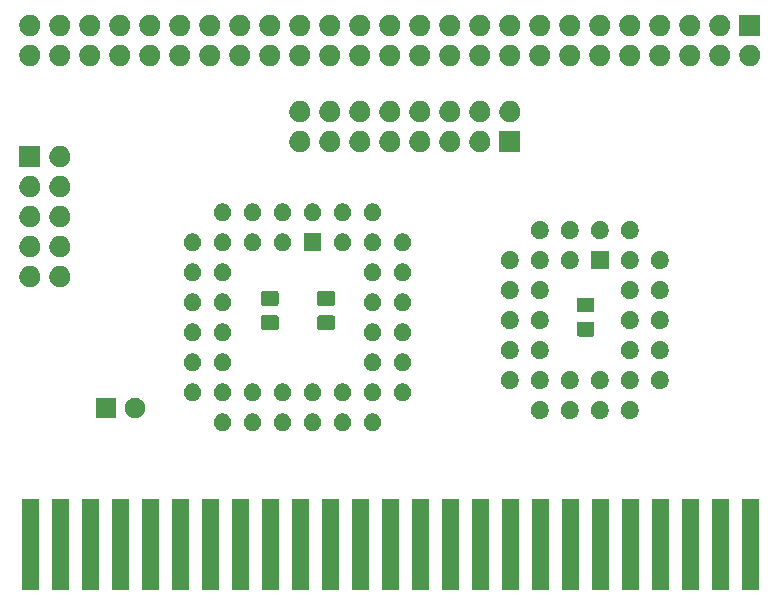
<source format=gbr>
G04 #@! TF.GenerationSoftware,KiCad,Pcbnew,5.1.5+dfsg1-2build2*
G04 #@! TF.CreationDate,2021-12-18T12:39:21+01:00*
G04 #@! TF.ProjectId,MSX USB Drive,4d535820-5553-4422-9044-726976652e6b,rev?*
G04 #@! TF.SameCoordinates,Original*
G04 #@! TF.FileFunction,Soldermask,Bot*
G04 #@! TF.FilePolarity,Negative*
%FSLAX46Y46*%
G04 Gerber Fmt 4.6, Leading zero omitted, Abs format (unit mm)*
G04 Created by KiCad (PCBNEW 5.1.5+dfsg1-2build2) date 2021-12-18 12:39:21*
%MOMM*%
%LPD*%
G04 APERTURE LIST*
%ADD10C,0.100000*%
G04 APERTURE END LIST*
D10*
G36*
X676326000Y662699000D02*
G01*
X674954000Y662699000D01*
X674954000Y670421000D01*
X676326000Y670421000D01*
X676326000Y662699000D01*
G37*
G36*
X638226000Y662699000D02*
G01*
X636854000Y662699000D01*
X636854000Y670421000D01*
X638226000Y670421000D01*
X638226000Y662699000D01*
G37*
G36*
X617906000Y662699000D02*
G01*
X616534000Y662699000D01*
X616534000Y670421000D01*
X617906000Y670421000D01*
X617906000Y662699000D01*
G37*
G36*
X620446000Y662699000D02*
G01*
X619074000Y662699000D01*
X619074000Y670421000D01*
X620446000Y670421000D01*
X620446000Y662699000D01*
G37*
G36*
X663626000Y662699000D02*
G01*
X662254000Y662699000D01*
X662254000Y670421000D01*
X663626000Y670421000D01*
X663626000Y662699000D01*
G37*
G36*
X666166000Y662699000D02*
G01*
X664794000Y662699000D01*
X664794000Y670421000D01*
X666166000Y670421000D01*
X666166000Y662699000D01*
G37*
G36*
X658546000Y662699000D02*
G01*
X657174000Y662699000D01*
X657174000Y670421000D01*
X658546000Y670421000D01*
X658546000Y662699000D01*
G37*
G36*
X671246000Y662699000D02*
G01*
X669874000Y662699000D01*
X669874000Y670421000D01*
X671246000Y670421000D01*
X671246000Y662699000D01*
G37*
G36*
X668706000Y662699000D02*
G01*
X667334000Y662699000D01*
X667334000Y670421000D01*
X668706000Y670421000D01*
X668706000Y662699000D01*
G37*
G36*
X661086000Y662699000D02*
G01*
X659714000Y662699000D01*
X659714000Y670421000D01*
X661086000Y670421000D01*
X661086000Y662699000D01*
G37*
G36*
X643306000Y662699000D02*
G01*
X641934000Y662699000D01*
X641934000Y670421000D01*
X643306000Y670421000D01*
X643306000Y662699000D01*
G37*
G36*
X640766000Y662699000D02*
G01*
X639394000Y662699000D01*
X639394000Y670421000D01*
X640766000Y670421000D01*
X640766000Y662699000D01*
G37*
G36*
X673786000Y662699000D02*
G01*
X672414000Y662699000D01*
X672414000Y670421000D01*
X673786000Y670421000D01*
X673786000Y662699000D01*
G37*
G36*
X656006000Y662699000D02*
G01*
X654634000Y662699000D01*
X654634000Y670421000D01*
X656006000Y670421000D01*
X656006000Y662699000D01*
G37*
G36*
X653466000Y662699000D02*
G01*
X652094000Y662699000D01*
X652094000Y670421000D01*
X653466000Y670421000D01*
X653466000Y662699000D01*
G37*
G36*
X648386000Y662699000D02*
G01*
X647014000Y662699000D01*
X647014000Y670421000D01*
X648386000Y670421000D01*
X648386000Y662699000D01*
G37*
G36*
X645846000Y662699000D02*
G01*
X644474000Y662699000D01*
X644474000Y670421000D01*
X645846000Y670421000D01*
X645846000Y662699000D01*
G37*
G36*
X635686000Y662699000D02*
G01*
X634314000Y662699000D01*
X634314000Y670421000D01*
X635686000Y670421000D01*
X635686000Y662699000D01*
G37*
G36*
X633146000Y662699000D02*
G01*
X631774000Y662699000D01*
X631774000Y670421000D01*
X633146000Y670421000D01*
X633146000Y662699000D01*
G37*
G36*
X630606000Y662699000D02*
G01*
X629234000Y662699000D01*
X629234000Y670421000D01*
X630606000Y670421000D01*
X630606000Y662699000D01*
G37*
G36*
X628066000Y662699000D02*
G01*
X626694000Y662699000D01*
X626694000Y670421000D01*
X628066000Y670421000D01*
X628066000Y662699000D01*
G37*
G36*
X622986000Y662699000D02*
G01*
X621614000Y662699000D01*
X621614000Y670421000D01*
X622986000Y670421000D01*
X622986000Y662699000D01*
G37*
G36*
X625526000Y662699000D02*
G01*
X624154000Y662699000D01*
X624154000Y670421000D01*
X625526000Y670421000D01*
X625526000Y662699000D01*
G37*
G36*
X615366000Y662699000D02*
G01*
X613994000Y662699000D01*
X613994000Y670421000D01*
X615366000Y670421000D01*
X615366000Y662699000D01*
G37*
G36*
X650926000Y662699000D02*
G01*
X649554000Y662699000D01*
X649554000Y670421000D01*
X650926000Y670421000D01*
X650926000Y662699000D01*
G37*
G36*
X638650425Y677655401D02*
G01*
X638774621Y677630698D01*
X638911022Y677574199D01*
X639033779Y677492175D01*
X639138175Y677387779D01*
X639220199Y677265022D01*
X639276698Y677128621D01*
X639305500Y676983819D01*
X639305500Y676836181D01*
X639276698Y676691379D01*
X639220199Y676554978D01*
X639138175Y676432221D01*
X639033779Y676327825D01*
X638911022Y676245801D01*
X638774621Y676189302D01*
X638650425Y676164599D01*
X638629820Y676160500D01*
X638482180Y676160500D01*
X638461575Y676164599D01*
X638337379Y676189302D01*
X638200978Y676245801D01*
X638078221Y676327825D01*
X637973825Y676432221D01*
X637891801Y676554978D01*
X637835302Y676691379D01*
X637806500Y676836181D01*
X637806500Y676983819D01*
X637835302Y677128621D01*
X637891801Y677265022D01*
X637973825Y677387779D01*
X638078221Y677492175D01*
X638200978Y677574199D01*
X638337379Y677630698D01*
X638461575Y677655401D01*
X638482180Y677659500D01*
X638629820Y677659500D01*
X638650425Y677655401D01*
G37*
G36*
X633570425Y677655401D02*
G01*
X633694621Y677630698D01*
X633831022Y677574199D01*
X633953779Y677492175D01*
X634058175Y677387779D01*
X634140199Y677265022D01*
X634196698Y677128621D01*
X634225500Y676983819D01*
X634225500Y676836181D01*
X634196698Y676691379D01*
X634140199Y676554978D01*
X634058175Y676432221D01*
X633953779Y676327825D01*
X633831022Y676245801D01*
X633694621Y676189302D01*
X633570425Y676164599D01*
X633549820Y676160500D01*
X633402180Y676160500D01*
X633381575Y676164599D01*
X633257379Y676189302D01*
X633120978Y676245801D01*
X632998221Y676327825D01*
X632893825Y676432221D01*
X632811801Y676554978D01*
X632755302Y676691379D01*
X632726500Y676836181D01*
X632726500Y676983819D01*
X632755302Y677128621D01*
X632811801Y677265022D01*
X632893825Y677387779D01*
X632998221Y677492175D01*
X633120978Y677574199D01*
X633257379Y677630698D01*
X633381575Y677655401D01*
X633402180Y677659500D01*
X633549820Y677659500D01*
X633570425Y677655401D01*
G37*
G36*
X631030425Y677655401D02*
G01*
X631154621Y677630698D01*
X631291022Y677574199D01*
X631413779Y677492175D01*
X631518175Y677387779D01*
X631600199Y677265022D01*
X631656698Y677128621D01*
X631685500Y676983819D01*
X631685500Y676836181D01*
X631656698Y676691379D01*
X631600199Y676554978D01*
X631518175Y676432221D01*
X631413779Y676327825D01*
X631291022Y676245801D01*
X631154621Y676189302D01*
X631030425Y676164599D01*
X631009820Y676160500D01*
X630862180Y676160500D01*
X630841575Y676164599D01*
X630717379Y676189302D01*
X630580978Y676245801D01*
X630458221Y676327825D01*
X630353825Y676432221D01*
X630271801Y676554978D01*
X630215302Y676691379D01*
X630186500Y676836181D01*
X630186500Y676983819D01*
X630215302Y677128621D01*
X630271801Y677265022D01*
X630353825Y677387779D01*
X630458221Y677492175D01*
X630580978Y677574199D01*
X630717379Y677630698D01*
X630841575Y677655401D01*
X630862180Y677659500D01*
X631009820Y677659500D01*
X631030425Y677655401D01*
G37*
G36*
X643730425Y677655401D02*
G01*
X643854621Y677630698D01*
X643991022Y677574199D01*
X644113779Y677492175D01*
X644218175Y677387779D01*
X644300199Y677265022D01*
X644356698Y677128621D01*
X644385500Y676983819D01*
X644385500Y676836181D01*
X644356698Y676691379D01*
X644300199Y676554978D01*
X644218175Y676432221D01*
X644113779Y676327825D01*
X643991022Y676245801D01*
X643854621Y676189302D01*
X643730425Y676164599D01*
X643709820Y676160500D01*
X643562180Y676160500D01*
X643541575Y676164599D01*
X643417379Y676189302D01*
X643280978Y676245801D01*
X643158221Y676327825D01*
X643053825Y676432221D01*
X642971801Y676554978D01*
X642915302Y676691379D01*
X642886500Y676836181D01*
X642886500Y676983819D01*
X642915302Y677128621D01*
X642971801Y677265022D01*
X643053825Y677387779D01*
X643158221Y677492175D01*
X643280978Y677574199D01*
X643417379Y677630698D01*
X643541575Y677655401D01*
X643562180Y677659500D01*
X643709820Y677659500D01*
X643730425Y677655401D01*
G37*
G36*
X641190425Y677655401D02*
G01*
X641314621Y677630698D01*
X641451022Y677574199D01*
X641573779Y677492175D01*
X641678175Y677387779D01*
X641760199Y677265022D01*
X641816698Y677128621D01*
X641845500Y676983819D01*
X641845500Y676836181D01*
X641816698Y676691379D01*
X641760199Y676554978D01*
X641678175Y676432221D01*
X641573779Y676327825D01*
X641451022Y676245801D01*
X641314621Y676189302D01*
X641190425Y676164599D01*
X641169820Y676160500D01*
X641022180Y676160500D01*
X641001575Y676164599D01*
X640877379Y676189302D01*
X640740978Y676245801D01*
X640618221Y676327825D01*
X640513825Y676432221D01*
X640431801Y676554978D01*
X640375302Y676691379D01*
X640346500Y676836181D01*
X640346500Y676983819D01*
X640375302Y677128621D01*
X640431801Y677265022D01*
X640513825Y677387779D01*
X640618221Y677492175D01*
X640740978Y677574199D01*
X640877379Y677630698D01*
X641001575Y677655401D01*
X641022180Y677659500D01*
X641169820Y677659500D01*
X641190425Y677655401D01*
G37*
G36*
X636110425Y677655401D02*
G01*
X636234621Y677630698D01*
X636371022Y677574199D01*
X636493779Y677492175D01*
X636598175Y677387779D01*
X636680199Y677265022D01*
X636736698Y677128621D01*
X636765500Y676983819D01*
X636765500Y676836181D01*
X636736698Y676691379D01*
X636680199Y676554978D01*
X636598175Y676432221D01*
X636493779Y676327825D01*
X636371022Y676245801D01*
X636234621Y676189302D01*
X636110425Y676164599D01*
X636089820Y676160500D01*
X635942180Y676160500D01*
X635921575Y676164599D01*
X635797379Y676189302D01*
X635660978Y676245801D01*
X635538221Y676327825D01*
X635433825Y676432221D01*
X635351801Y676554978D01*
X635295302Y676691379D01*
X635266500Y676836181D01*
X635266500Y676983819D01*
X635295302Y677128621D01*
X635351801Y677265022D01*
X635433825Y677387779D01*
X635538221Y677492175D01*
X635660978Y677574199D01*
X635797379Y677630698D01*
X635921575Y677655401D01*
X635942180Y677659500D01*
X636089820Y677659500D01*
X636110425Y677655401D01*
G37*
G36*
X663098325Y678658910D02*
G01*
X663237038Y678601453D01*
X663361872Y678518042D01*
X663468042Y678411872D01*
X663551453Y678287038D01*
X663608910Y678148325D01*
X663638200Y678001071D01*
X663638200Y677850929D01*
X663608910Y677703675D01*
X663551453Y677564962D01*
X663468042Y677440128D01*
X663361872Y677333958D01*
X663237038Y677250547D01*
X663098325Y677193090D01*
X662951071Y677163800D01*
X662800929Y677163800D01*
X662653675Y677193090D01*
X662514962Y677250547D01*
X662390128Y677333958D01*
X662283958Y677440128D01*
X662200547Y677564962D01*
X662143090Y677703675D01*
X662113800Y677850929D01*
X662113800Y678001071D01*
X662143090Y678148325D01*
X662200547Y678287038D01*
X662283958Y678411872D01*
X662390128Y678518042D01*
X662514962Y678601453D01*
X662653675Y678658910D01*
X662800929Y678688200D01*
X662951071Y678688200D01*
X663098325Y678658910D01*
G37*
G36*
X665638325Y678658910D02*
G01*
X665777038Y678601453D01*
X665901872Y678518042D01*
X666008042Y678411872D01*
X666091453Y678287038D01*
X666148910Y678148325D01*
X666178200Y678001071D01*
X666178200Y677850929D01*
X666148910Y677703675D01*
X666091453Y677564962D01*
X666008042Y677440128D01*
X665901872Y677333958D01*
X665777038Y677250547D01*
X665638325Y677193090D01*
X665491071Y677163800D01*
X665340929Y677163800D01*
X665193675Y677193090D01*
X665054962Y677250547D01*
X664930128Y677333958D01*
X664823958Y677440128D01*
X664740547Y677564962D01*
X664683090Y677703675D01*
X664653800Y677850929D01*
X664653800Y678001071D01*
X664683090Y678148325D01*
X664740547Y678287038D01*
X664823958Y678411872D01*
X664930128Y678518042D01*
X665054962Y678601453D01*
X665193675Y678658910D01*
X665340929Y678688200D01*
X665491071Y678688200D01*
X665638325Y678658910D01*
G37*
G36*
X660558325Y678658910D02*
G01*
X660697038Y678601453D01*
X660821872Y678518042D01*
X660928042Y678411872D01*
X661011453Y678287038D01*
X661068910Y678148325D01*
X661098200Y678001071D01*
X661098200Y677850929D01*
X661068910Y677703675D01*
X661011453Y677564962D01*
X660928042Y677440128D01*
X660821872Y677333958D01*
X660697038Y677250547D01*
X660558325Y677193090D01*
X660411071Y677163800D01*
X660260929Y677163800D01*
X660113675Y677193090D01*
X659974962Y677250547D01*
X659850128Y677333958D01*
X659743958Y677440128D01*
X659660547Y677564962D01*
X659603090Y677703675D01*
X659573800Y677850929D01*
X659573800Y678001071D01*
X659603090Y678148325D01*
X659660547Y678287038D01*
X659743958Y678411872D01*
X659850128Y678518042D01*
X659974962Y678601453D01*
X660113675Y678658910D01*
X660260929Y678688200D01*
X660411071Y678688200D01*
X660558325Y678658910D01*
G37*
G36*
X658018325Y678658910D02*
G01*
X658157038Y678601453D01*
X658281872Y678518042D01*
X658388042Y678411872D01*
X658471453Y678287038D01*
X658528910Y678148325D01*
X658558200Y678001071D01*
X658558200Y677850929D01*
X658528910Y677703675D01*
X658471453Y677564962D01*
X658388042Y677440128D01*
X658281872Y677333958D01*
X658157038Y677250547D01*
X658018325Y677193090D01*
X657871071Y677163800D01*
X657720929Y677163800D01*
X657573675Y677193090D01*
X657434962Y677250547D01*
X657310128Y677333958D01*
X657203958Y677440128D01*
X657120547Y677564962D01*
X657063090Y677703675D01*
X657033800Y677850929D01*
X657033800Y678001071D01*
X657063090Y678148325D01*
X657120547Y678287038D01*
X657203958Y678411872D01*
X657310128Y678518042D01*
X657434962Y678601453D01*
X657573675Y678658910D01*
X657720929Y678688200D01*
X657871071Y678688200D01*
X658018325Y678658910D01*
G37*
G36*
X621881000Y677265000D02*
G01*
X620179000Y677265000D01*
X620179000Y678967000D01*
X621881000Y678967000D01*
X621881000Y677265000D01*
G37*
G36*
X623778228Y678934297D02*
G01*
X623933100Y678870147D01*
X624072481Y678777015D01*
X624191015Y678658481D01*
X624284147Y678519100D01*
X624348297Y678364228D01*
X624381000Y678199816D01*
X624381000Y678032184D01*
X624348297Y677867772D01*
X624284147Y677712900D01*
X624191015Y677573519D01*
X624072481Y677454985D01*
X623933100Y677361853D01*
X623778228Y677297703D01*
X623613816Y677265000D01*
X623446184Y677265000D01*
X623281772Y677297703D01*
X623126900Y677361853D01*
X622987519Y677454985D01*
X622868985Y677573519D01*
X622775853Y677712900D01*
X622711703Y677867772D01*
X622679000Y678032184D01*
X622679000Y678199816D01*
X622711703Y678364228D01*
X622775853Y678519100D01*
X622868985Y678658481D01*
X622987519Y678777015D01*
X623126900Y678870147D01*
X623281772Y678934297D01*
X623446184Y678967000D01*
X623613816Y678967000D01*
X623778228Y678934297D01*
G37*
G36*
X631030425Y680195401D02*
G01*
X631154621Y680170698D01*
X631291022Y680114199D01*
X631413779Y680032175D01*
X631518175Y679927779D01*
X631600199Y679805022D01*
X631656698Y679668621D01*
X631685500Y679523819D01*
X631685500Y679376181D01*
X631656698Y679231379D01*
X631600199Y679094978D01*
X631518175Y678972221D01*
X631413779Y678867825D01*
X631291022Y678785801D01*
X631154621Y678729302D01*
X631030425Y678704599D01*
X631009820Y678700500D01*
X630862180Y678700500D01*
X630841575Y678704599D01*
X630717379Y678729302D01*
X630580978Y678785801D01*
X630458221Y678867825D01*
X630353825Y678972221D01*
X630271801Y679094978D01*
X630215302Y679231379D01*
X630186500Y679376181D01*
X630186500Y679523819D01*
X630215302Y679668621D01*
X630271801Y679805022D01*
X630353825Y679927779D01*
X630458221Y680032175D01*
X630580978Y680114199D01*
X630717379Y680170698D01*
X630841575Y680195401D01*
X630862180Y680199500D01*
X631009820Y680199500D01*
X631030425Y680195401D01*
G37*
G36*
X643730425Y680195401D02*
G01*
X643854621Y680170698D01*
X643991022Y680114199D01*
X644113779Y680032175D01*
X644218175Y679927779D01*
X644300199Y679805022D01*
X644356698Y679668621D01*
X644385500Y679523819D01*
X644385500Y679376181D01*
X644356698Y679231379D01*
X644300199Y679094978D01*
X644218175Y678972221D01*
X644113779Y678867825D01*
X643991022Y678785801D01*
X643854621Y678729302D01*
X643730425Y678704599D01*
X643709820Y678700500D01*
X643562180Y678700500D01*
X643541575Y678704599D01*
X643417379Y678729302D01*
X643280978Y678785801D01*
X643158221Y678867825D01*
X643053825Y678972221D01*
X642971801Y679094978D01*
X642915302Y679231379D01*
X642886500Y679376181D01*
X642886500Y679523819D01*
X642915302Y679668621D01*
X642971801Y679805022D01*
X643053825Y679927779D01*
X643158221Y680032175D01*
X643280978Y680114199D01*
X643417379Y680170698D01*
X643541575Y680195401D01*
X643562180Y680199500D01*
X643709820Y680199500D01*
X643730425Y680195401D01*
G37*
G36*
X641190425Y680195401D02*
G01*
X641314621Y680170698D01*
X641451022Y680114199D01*
X641573779Y680032175D01*
X641678175Y679927779D01*
X641760199Y679805022D01*
X641816698Y679668621D01*
X641845500Y679523819D01*
X641845500Y679376181D01*
X641816698Y679231379D01*
X641760199Y679094978D01*
X641678175Y678972221D01*
X641573779Y678867825D01*
X641451022Y678785801D01*
X641314621Y678729302D01*
X641190425Y678704599D01*
X641169820Y678700500D01*
X641022180Y678700500D01*
X641001575Y678704599D01*
X640877379Y678729302D01*
X640740978Y678785801D01*
X640618221Y678867825D01*
X640513825Y678972221D01*
X640431801Y679094978D01*
X640375302Y679231379D01*
X640346500Y679376181D01*
X640346500Y679523819D01*
X640375302Y679668621D01*
X640431801Y679805022D01*
X640513825Y679927779D01*
X640618221Y680032175D01*
X640740978Y680114199D01*
X640877379Y680170698D01*
X641001575Y680195401D01*
X641022180Y680199500D01*
X641169820Y680199500D01*
X641190425Y680195401D01*
G37*
G36*
X638650425Y680195401D02*
G01*
X638774621Y680170698D01*
X638911022Y680114199D01*
X639033779Y680032175D01*
X639138175Y679927779D01*
X639220199Y679805022D01*
X639276698Y679668621D01*
X639305500Y679523819D01*
X639305500Y679376181D01*
X639276698Y679231379D01*
X639220199Y679094978D01*
X639138175Y678972221D01*
X639033779Y678867825D01*
X638911022Y678785801D01*
X638774621Y678729302D01*
X638650425Y678704599D01*
X638629820Y678700500D01*
X638482180Y678700500D01*
X638461575Y678704599D01*
X638337379Y678729302D01*
X638200978Y678785801D01*
X638078221Y678867825D01*
X637973825Y678972221D01*
X637891801Y679094978D01*
X637835302Y679231379D01*
X637806500Y679376181D01*
X637806500Y679523819D01*
X637835302Y679668621D01*
X637891801Y679805022D01*
X637973825Y679927779D01*
X638078221Y680032175D01*
X638200978Y680114199D01*
X638337379Y680170698D01*
X638461575Y680195401D01*
X638482180Y680199500D01*
X638629820Y680199500D01*
X638650425Y680195401D01*
G37*
G36*
X636110425Y680195401D02*
G01*
X636234621Y680170698D01*
X636371022Y680114199D01*
X636493779Y680032175D01*
X636598175Y679927779D01*
X636680199Y679805022D01*
X636736698Y679668621D01*
X636765500Y679523819D01*
X636765500Y679376181D01*
X636736698Y679231379D01*
X636680199Y679094978D01*
X636598175Y678972221D01*
X636493779Y678867825D01*
X636371022Y678785801D01*
X636234621Y678729302D01*
X636110425Y678704599D01*
X636089820Y678700500D01*
X635942180Y678700500D01*
X635921575Y678704599D01*
X635797379Y678729302D01*
X635660978Y678785801D01*
X635538221Y678867825D01*
X635433825Y678972221D01*
X635351801Y679094978D01*
X635295302Y679231379D01*
X635266500Y679376181D01*
X635266500Y679523819D01*
X635295302Y679668621D01*
X635351801Y679805022D01*
X635433825Y679927779D01*
X635538221Y680032175D01*
X635660978Y680114199D01*
X635797379Y680170698D01*
X635921575Y680195401D01*
X635942180Y680199500D01*
X636089820Y680199500D01*
X636110425Y680195401D01*
G37*
G36*
X633570425Y680195401D02*
G01*
X633694621Y680170698D01*
X633831022Y680114199D01*
X633953779Y680032175D01*
X634058175Y679927779D01*
X634140199Y679805022D01*
X634196698Y679668621D01*
X634225500Y679523819D01*
X634225500Y679376181D01*
X634196698Y679231379D01*
X634140199Y679094978D01*
X634058175Y678972221D01*
X633953779Y678867825D01*
X633831022Y678785801D01*
X633694621Y678729302D01*
X633570425Y678704599D01*
X633549820Y678700500D01*
X633402180Y678700500D01*
X633381575Y678704599D01*
X633257379Y678729302D01*
X633120978Y678785801D01*
X632998221Y678867825D01*
X632893825Y678972221D01*
X632811801Y679094978D01*
X632755302Y679231379D01*
X632726500Y679376181D01*
X632726500Y679523819D01*
X632755302Y679668621D01*
X632811801Y679805022D01*
X632893825Y679927779D01*
X632998221Y680032175D01*
X633120978Y680114199D01*
X633257379Y680170698D01*
X633381575Y680195401D01*
X633402180Y680199500D01*
X633549820Y680199500D01*
X633570425Y680195401D01*
G37*
G36*
X646270425Y680195401D02*
G01*
X646394621Y680170698D01*
X646531022Y680114199D01*
X646653779Y680032175D01*
X646758175Y679927779D01*
X646840199Y679805022D01*
X646896698Y679668621D01*
X646925500Y679523819D01*
X646925500Y679376181D01*
X646896698Y679231379D01*
X646840199Y679094978D01*
X646758175Y678972221D01*
X646653779Y678867825D01*
X646531022Y678785801D01*
X646394621Y678729302D01*
X646270425Y678704599D01*
X646249820Y678700500D01*
X646102180Y678700500D01*
X646081575Y678704599D01*
X645957379Y678729302D01*
X645820978Y678785801D01*
X645698221Y678867825D01*
X645593825Y678972221D01*
X645511801Y679094978D01*
X645455302Y679231379D01*
X645426500Y679376181D01*
X645426500Y679523819D01*
X645455302Y679668621D01*
X645511801Y679805022D01*
X645593825Y679927779D01*
X645698221Y680032175D01*
X645820978Y680114199D01*
X645957379Y680170698D01*
X646081575Y680195401D01*
X646102180Y680199500D01*
X646249820Y680199500D01*
X646270425Y680195401D01*
G37*
G36*
X628490425Y680195401D02*
G01*
X628614621Y680170698D01*
X628751022Y680114199D01*
X628873779Y680032175D01*
X628978175Y679927779D01*
X629060199Y679805022D01*
X629116698Y679668621D01*
X629145500Y679523819D01*
X629145500Y679376181D01*
X629116698Y679231379D01*
X629060199Y679094978D01*
X628978175Y678972221D01*
X628873779Y678867825D01*
X628751022Y678785801D01*
X628614621Y678729302D01*
X628490425Y678704599D01*
X628469820Y678700500D01*
X628322180Y678700500D01*
X628301575Y678704599D01*
X628177379Y678729302D01*
X628040978Y678785801D01*
X627918221Y678867825D01*
X627813825Y678972221D01*
X627731801Y679094978D01*
X627675302Y679231379D01*
X627646500Y679376181D01*
X627646500Y679523819D01*
X627675302Y679668621D01*
X627731801Y679805022D01*
X627813825Y679927779D01*
X627918221Y680032175D01*
X628040978Y680114199D01*
X628177379Y680170698D01*
X628301575Y680195401D01*
X628322180Y680199500D01*
X628469820Y680199500D01*
X628490425Y680195401D01*
G37*
G36*
X668178325Y681198910D02*
G01*
X668317038Y681141453D01*
X668441872Y681058042D01*
X668548042Y680951872D01*
X668631453Y680827038D01*
X668688910Y680688325D01*
X668718200Y680541071D01*
X668718200Y680390929D01*
X668688910Y680243675D01*
X668631453Y680104962D01*
X668548042Y679980128D01*
X668441872Y679873958D01*
X668317038Y679790547D01*
X668178325Y679733090D01*
X668031071Y679703800D01*
X667880929Y679703800D01*
X667733675Y679733090D01*
X667594962Y679790547D01*
X667470128Y679873958D01*
X667363958Y679980128D01*
X667280547Y680104962D01*
X667223090Y680243675D01*
X667193800Y680390929D01*
X667193800Y680541071D01*
X667223090Y680688325D01*
X667280547Y680827038D01*
X667363958Y680951872D01*
X667470128Y681058042D01*
X667594962Y681141453D01*
X667733675Y681198910D01*
X667880929Y681228200D01*
X668031071Y681228200D01*
X668178325Y681198910D01*
G37*
G36*
X665638325Y681198910D02*
G01*
X665777038Y681141453D01*
X665901872Y681058042D01*
X666008042Y680951872D01*
X666091453Y680827038D01*
X666148910Y680688325D01*
X666178200Y680541071D01*
X666178200Y680390929D01*
X666148910Y680243675D01*
X666091453Y680104962D01*
X666008042Y679980128D01*
X665901872Y679873958D01*
X665777038Y679790547D01*
X665638325Y679733090D01*
X665491071Y679703800D01*
X665340929Y679703800D01*
X665193675Y679733090D01*
X665054962Y679790547D01*
X664930128Y679873958D01*
X664823958Y679980128D01*
X664740547Y680104962D01*
X664683090Y680243675D01*
X664653800Y680390929D01*
X664653800Y680541071D01*
X664683090Y680688325D01*
X664740547Y680827038D01*
X664823958Y680951872D01*
X664930128Y681058042D01*
X665054962Y681141453D01*
X665193675Y681198910D01*
X665340929Y681228200D01*
X665491071Y681228200D01*
X665638325Y681198910D01*
G37*
G36*
X663098325Y681198910D02*
G01*
X663237038Y681141453D01*
X663361872Y681058042D01*
X663468042Y680951872D01*
X663551453Y680827038D01*
X663608910Y680688325D01*
X663638200Y680541071D01*
X663638200Y680390929D01*
X663608910Y680243675D01*
X663551453Y680104962D01*
X663468042Y679980128D01*
X663361872Y679873958D01*
X663237038Y679790547D01*
X663098325Y679733090D01*
X662951071Y679703800D01*
X662800929Y679703800D01*
X662653675Y679733090D01*
X662514962Y679790547D01*
X662390128Y679873958D01*
X662283958Y679980128D01*
X662200547Y680104962D01*
X662143090Y680243675D01*
X662113800Y680390929D01*
X662113800Y680541071D01*
X662143090Y680688325D01*
X662200547Y680827038D01*
X662283958Y680951872D01*
X662390128Y681058042D01*
X662514962Y681141453D01*
X662653675Y681198910D01*
X662800929Y681228200D01*
X662951071Y681228200D01*
X663098325Y681198910D01*
G37*
G36*
X658018325Y681198910D02*
G01*
X658157038Y681141453D01*
X658281872Y681058042D01*
X658388042Y680951872D01*
X658471453Y680827038D01*
X658528910Y680688325D01*
X658558200Y680541071D01*
X658558200Y680390929D01*
X658528910Y680243675D01*
X658471453Y680104962D01*
X658388042Y679980128D01*
X658281872Y679873958D01*
X658157038Y679790547D01*
X658018325Y679733090D01*
X657871071Y679703800D01*
X657720929Y679703800D01*
X657573675Y679733090D01*
X657434962Y679790547D01*
X657310128Y679873958D01*
X657203958Y679980128D01*
X657120547Y680104962D01*
X657063090Y680243675D01*
X657033800Y680390929D01*
X657033800Y680541071D01*
X657063090Y680688325D01*
X657120547Y680827038D01*
X657203958Y680951872D01*
X657310128Y681058042D01*
X657434962Y681141453D01*
X657573675Y681198910D01*
X657720929Y681228200D01*
X657871071Y681228200D01*
X658018325Y681198910D01*
G37*
G36*
X655478325Y681198910D02*
G01*
X655617038Y681141453D01*
X655741872Y681058042D01*
X655848042Y680951872D01*
X655931453Y680827038D01*
X655988910Y680688325D01*
X656018200Y680541071D01*
X656018200Y680390929D01*
X655988910Y680243675D01*
X655931453Y680104962D01*
X655848042Y679980128D01*
X655741872Y679873958D01*
X655617038Y679790547D01*
X655478325Y679733090D01*
X655331071Y679703800D01*
X655180929Y679703800D01*
X655033675Y679733090D01*
X654894962Y679790547D01*
X654770128Y679873958D01*
X654663958Y679980128D01*
X654580547Y680104962D01*
X654523090Y680243675D01*
X654493800Y680390929D01*
X654493800Y680541071D01*
X654523090Y680688325D01*
X654580547Y680827038D01*
X654663958Y680951872D01*
X654770128Y681058042D01*
X654894962Y681141453D01*
X655033675Y681198910D01*
X655180929Y681228200D01*
X655331071Y681228200D01*
X655478325Y681198910D01*
G37*
G36*
X660558325Y681198910D02*
G01*
X660697038Y681141453D01*
X660821872Y681058042D01*
X660928042Y680951872D01*
X661011453Y680827038D01*
X661068910Y680688325D01*
X661098200Y680541071D01*
X661098200Y680390929D01*
X661068910Y680243675D01*
X661011453Y680104962D01*
X660928042Y679980128D01*
X660821872Y679873958D01*
X660697038Y679790547D01*
X660558325Y679733090D01*
X660411071Y679703800D01*
X660260929Y679703800D01*
X660113675Y679733090D01*
X659974962Y679790547D01*
X659850128Y679873958D01*
X659743958Y679980128D01*
X659660547Y680104962D01*
X659603090Y680243675D01*
X659573800Y680390929D01*
X659573800Y680541071D01*
X659603090Y680688325D01*
X659660547Y680827038D01*
X659743958Y680951872D01*
X659850128Y681058042D01*
X659974962Y681141453D01*
X660113675Y681198910D01*
X660260929Y681228200D01*
X660411071Y681228200D01*
X660558325Y681198910D01*
G37*
G36*
X628490425Y682735401D02*
G01*
X628614621Y682710698D01*
X628751022Y682654199D01*
X628873779Y682572175D01*
X628978175Y682467779D01*
X629060199Y682345022D01*
X629116698Y682208621D01*
X629145500Y682063819D01*
X629145500Y681916181D01*
X629116698Y681771379D01*
X629060199Y681634978D01*
X628978175Y681512221D01*
X628873779Y681407825D01*
X628751022Y681325801D01*
X628614621Y681269302D01*
X628490425Y681244599D01*
X628469820Y681240500D01*
X628322180Y681240500D01*
X628301575Y681244599D01*
X628177379Y681269302D01*
X628040978Y681325801D01*
X627918221Y681407825D01*
X627813825Y681512221D01*
X627731801Y681634978D01*
X627675302Y681771379D01*
X627646500Y681916181D01*
X627646500Y682063819D01*
X627675302Y682208621D01*
X627731801Y682345022D01*
X627813825Y682467779D01*
X627918221Y682572175D01*
X628040978Y682654199D01*
X628177379Y682710698D01*
X628301575Y682735401D01*
X628322180Y682739500D01*
X628469820Y682739500D01*
X628490425Y682735401D01*
G37*
G36*
X643730425Y682735401D02*
G01*
X643854621Y682710698D01*
X643991022Y682654199D01*
X644113779Y682572175D01*
X644218175Y682467779D01*
X644300199Y682345022D01*
X644356698Y682208621D01*
X644385500Y682063819D01*
X644385500Y681916181D01*
X644356698Y681771379D01*
X644300199Y681634978D01*
X644218175Y681512221D01*
X644113779Y681407825D01*
X643991022Y681325801D01*
X643854621Y681269302D01*
X643730425Y681244599D01*
X643709820Y681240500D01*
X643562180Y681240500D01*
X643541575Y681244599D01*
X643417379Y681269302D01*
X643280978Y681325801D01*
X643158221Y681407825D01*
X643053825Y681512221D01*
X642971801Y681634978D01*
X642915302Y681771379D01*
X642886500Y681916181D01*
X642886500Y682063819D01*
X642915302Y682208621D01*
X642971801Y682345022D01*
X643053825Y682467779D01*
X643158221Y682572175D01*
X643280978Y682654199D01*
X643417379Y682710698D01*
X643541575Y682735401D01*
X643562180Y682739500D01*
X643709820Y682739500D01*
X643730425Y682735401D01*
G37*
G36*
X646270425Y682735401D02*
G01*
X646394621Y682710698D01*
X646531022Y682654199D01*
X646653779Y682572175D01*
X646758175Y682467779D01*
X646840199Y682345022D01*
X646896698Y682208621D01*
X646925500Y682063819D01*
X646925500Y681916181D01*
X646896698Y681771379D01*
X646840199Y681634978D01*
X646758175Y681512221D01*
X646653779Y681407825D01*
X646531022Y681325801D01*
X646394621Y681269302D01*
X646270425Y681244599D01*
X646249820Y681240500D01*
X646102180Y681240500D01*
X646081575Y681244599D01*
X645957379Y681269302D01*
X645820978Y681325801D01*
X645698221Y681407825D01*
X645593825Y681512221D01*
X645511801Y681634978D01*
X645455302Y681771379D01*
X645426500Y681916181D01*
X645426500Y682063819D01*
X645455302Y682208621D01*
X645511801Y682345022D01*
X645593825Y682467779D01*
X645698221Y682572175D01*
X645820978Y682654199D01*
X645957379Y682710698D01*
X646081575Y682735401D01*
X646102180Y682739500D01*
X646249820Y682739500D01*
X646270425Y682735401D01*
G37*
G36*
X631030425Y682735401D02*
G01*
X631154621Y682710698D01*
X631291022Y682654199D01*
X631413779Y682572175D01*
X631518175Y682467779D01*
X631600199Y682345022D01*
X631656698Y682208621D01*
X631685500Y682063819D01*
X631685500Y681916181D01*
X631656698Y681771379D01*
X631600199Y681634978D01*
X631518175Y681512221D01*
X631413779Y681407825D01*
X631291022Y681325801D01*
X631154621Y681269302D01*
X631030425Y681244599D01*
X631009820Y681240500D01*
X630862180Y681240500D01*
X630841575Y681244599D01*
X630717379Y681269302D01*
X630580978Y681325801D01*
X630458221Y681407825D01*
X630353825Y681512221D01*
X630271801Y681634978D01*
X630215302Y681771379D01*
X630186500Y681916181D01*
X630186500Y682063819D01*
X630215302Y682208621D01*
X630271801Y682345022D01*
X630353825Y682467779D01*
X630458221Y682572175D01*
X630580978Y682654199D01*
X630717379Y682710698D01*
X630841575Y682735401D01*
X630862180Y682739500D01*
X631009820Y682739500D01*
X631030425Y682735401D01*
G37*
G36*
X665638325Y683738910D02*
G01*
X665777038Y683681453D01*
X665901872Y683598042D01*
X666008042Y683491872D01*
X666091453Y683367038D01*
X666148910Y683228325D01*
X666178200Y683081071D01*
X666178200Y682930929D01*
X666148910Y682783675D01*
X666091453Y682644962D01*
X666008042Y682520128D01*
X665901872Y682413958D01*
X665777038Y682330547D01*
X665638325Y682273090D01*
X665491071Y682243800D01*
X665340929Y682243800D01*
X665193675Y682273090D01*
X665054962Y682330547D01*
X664930128Y682413958D01*
X664823958Y682520128D01*
X664740547Y682644962D01*
X664683090Y682783675D01*
X664653800Y682930929D01*
X664653800Y683081071D01*
X664683090Y683228325D01*
X664740547Y683367038D01*
X664823958Y683491872D01*
X664930128Y683598042D01*
X665054962Y683681453D01*
X665193675Y683738910D01*
X665340929Y683768200D01*
X665491071Y683768200D01*
X665638325Y683738910D01*
G37*
G36*
X655478325Y683738910D02*
G01*
X655617038Y683681453D01*
X655741872Y683598042D01*
X655848042Y683491872D01*
X655931453Y683367038D01*
X655988910Y683228325D01*
X656018200Y683081071D01*
X656018200Y682930929D01*
X655988910Y682783675D01*
X655931453Y682644962D01*
X655848042Y682520128D01*
X655741872Y682413958D01*
X655617038Y682330547D01*
X655478325Y682273090D01*
X655331071Y682243800D01*
X655180929Y682243800D01*
X655033675Y682273090D01*
X654894962Y682330547D01*
X654770128Y682413958D01*
X654663958Y682520128D01*
X654580547Y682644962D01*
X654523090Y682783675D01*
X654493800Y682930929D01*
X654493800Y683081071D01*
X654523090Y683228325D01*
X654580547Y683367038D01*
X654663958Y683491872D01*
X654770128Y683598042D01*
X654894962Y683681453D01*
X655033675Y683738910D01*
X655180929Y683768200D01*
X655331071Y683768200D01*
X655478325Y683738910D01*
G37*
G36*
X658018325Y683738910D02*
G01*
X658157038Y683681453D01*
X658281872Y683598042D01*
X658388042Y683491872D01*
X658471453Y683367038D01*
X658528910Y683228325D01*
X658558200Y683081071D01*
X658558200Y682930929D01*
X658528910Y682783675D01*
X658471453Y682644962D01*
X658388042Y682520128D01*
X658281872Y682413958D01*
X658157038Y682330547D01*
X658018325Y682273090D01*
X657871071Y682243800D01*
X657720929Y682243800D01*
X657573675Y682273090D01*
X657434962Y682330547D01*
X657310128Y682413958D01*
X657203958Y682520128D01*
X657120547Y682644962D01*
X657063090Y682783675D01*
X657033800Y682930929D01*
X657033800Y683081071D01*
X657063090Y683228325D01*
X657120547Y683367038D01*
X657203958Y683491872D01*
X657310128Y683598042D01*
X657434962Y683681453D01*
X657573675Y683738910D01*
X657720929Y683768200D01*
X657871071Y683768200D01*
X658018325Y683738910D01*
G37*
G36*
X668178325Y683738910D02*
G01*
X668317038Y683681453D01*
X668441872Y683598042D01*
X668548042Y683491872D01*
X668631453Y683367038D01*
X668688910Y683228325D01*
X668718200Y683081071D01*
X668718200Y682930929D01*
X668688910Y682783675D01*
X668631453Y682644962D01*
X668548042Y682520128D01*
X668441872Y682413958D01*
X668317038Y682330547D01*
X668178325Y682273090D01*
X668031071Y682243800D01*
X667880929Y682243800D01*
X667733675Y682273090D01*
X667594962Y682330547D01*
X667470128Y682413958D01*
X667363958Y682520128D01*
X667280547Y682644962D01*
X667223090Y682783675D01*
X667193800Y682930929D01*
X667193800Y683081071D01*
X667223090Y683228325D01*
X667280547Y683367038D01*
X667363958Y683491872D01*
X667470128Y683598042D01*
X667594962Y683681453D01*
X667733675Y683738910D01*
X667880929Y683768200D01*
X668031071Y683768200D01*
X668178325Y683738910D01*
G37*
G36*
X643730425Y685275401D02*
G01*
X643854621Y685250698D01*
X643991022Y685194199D01*
X644113779Y685112175D01*
X644218175Y685007779D01*
X644300199Y684885022D01*
X644356698Y684748621D01*
X644385500Y684603819D01*
X644385500Y684456181D01*
X644356698Y684311379D01*
X644300199Y684174978D01*
X644218175Y684052221D01*
X644113779Y683947825D01*
X643991022Y683865801D01*
X643854621Y683809302D01*
X643730425Y683784599D01*
X643709820Y683780500D01*
X643562180Y683780500D01*
X643541575Y683784599D01*
X643417379Y683809302D01*
X643280978Y683865801D01*
X643158221Y683947825D01*
X643053825Y684052221D01*
X642971801Y684174978D01*
X642915302Y684311379D01*
X642886500Y684456181D01*
X642886500Y684603819D01*
X642915302Y684748621D01*
X642971801Y684885022D01*
X643053825Y685007779D01*
X643158221Y685112175D01*
X643280978Y685194199D01*
X643417379Y685250698D01*
X643541575Y685275401D01*
X643562180Y685279500D01*
X643709820Y685279500D01*
X643730425Y685275401D01*
G37*
G36*
X631030425Y685275401D02*
G01*
X631154621Y685250698D01*
X631291022Y685194199D01*
X631413779Y685112175D01*
X631518175Y685007779D01*
X631600199Y684885022D01*
X631656698Y684748621D01*
X631685500Y684603819D01*
X631685500Y684456181D01*
X631656698Y684311379D01*
X631600199Y684174978D01*
X631518175Y684052221D01*
X631413779Y683947825D01*
X631291022Y683865801D01*
X631154621Y683809302D01*
X631030425Y683784599D01*
X631009820Y683780500D01*
X630862180Y683780500D01*
X630841575Y683784599D01*
X630717379Y683809302D01*
X630580978Y683865801D01*
X630458221Y683947825D01*
X630353825Y684052221D01*
X630271801Y684174978D01*
X630215302Y684311379D01*
X630186500Y684456181D01*
X630186500Y684603819D01*
X630215302Y684748621D01*
X630271801Y684885022D01*
X630353825Y685007779D01*
X630458221Y685112175D01*
X630580978Y685194199D01*
X630717379Y685250698D01*
X630841575Y685275401D01*
X630862180Y685279500D01*
X631009820Y685279500D01*
X631030425Y685275401D01*
G37*
G36*
X628490425Y685275401D02*
G01*
X628614621Y685250698D01*
X628751022Y685194199D01*
X628873779Y685112175D01*
X628978175Y685007779D01*
X629060199Y684885022D01*
X629116698Y684748621D01*
X629145500Y684603819D01*
X629145500Y684456181D01*
X629116698Y684311379D01*
X629060199Y684174978D01*
X628978175Y684052221D01*
X628873779Y683947825D01*
X628751022Y683865801D01*
X628614621Y683809302D01*
X628490425Y683784599D01*
X628469820Y683780500D01*
X628322180Y683780500D01*
X628301575Y683784599D01*
X628177379Y683809302D01*
X628040978Y683865801D01*
X627918221Y683947825D01*
X627813825Y684052221D01*
X627731801Y684174978D01*
X627675302Y684311379D01*
X627646500Y684456181D01*
X627646500Y684603819D01*
X627675302Y684748621D01*
X627731801Y684885022D01*
X627813825Y685007779D01*
X627918221Y685112175D01*
X628040978Y685194199D01*
X628177379Y685250698D01*
X628301575Y685275401D01*
X628322180Y685279500D01*
X628469820Y685279500D01*
X628490425Y685275401D01*
G37*
G36*
X646270425Y685275401D02*
G01*
X646394621Y685250698D01*
X646531022Y685194199D01*
X646653779Y685112175D01*
X646758175Y685007779D01*
X646840199Y684885022D01*
X646896698Y684748621D01*
X646925500Y684603819D01*
X646925500Y684456181D01*
X646896698Y684311379D01*
X646840199Y684174978D01*
X646758175Y684052221D01*
X646653779Y683947825D01*
X646531022Y683865801D01*
X646394621Y683809302D01*
X646270425Y683784599D01*
X646249820Y683780500D01*
X646102180Y683780500D01*
X646081575Y683784599D01*
X645957379Y683809302D01*
X645820978Y683865801D01*
X645698221Y683947825D01*
X645593825Y684052221D01*
X645511801Y684174978D01*
X645455302Y684311379D01*
X645426500Y684456181D01*
X645426500Y684603819D01*
X645455302Y684748621D01*
X645511801Y684885022D01*
X645593825Y685007779D01*
X645698221Y685112175D01*
X645820978Y685194199D01*
X645957379Y685250698D01*
X646081575Y685275401D01*
X646102180Y685279500D01*
X646249820Y685279500D01*
X646270425Y685275401D01*
G37*
G36*
X662258674Y685405535D02*
G01*
X662296367Y685394101D01*
X662331103Y685375534D01*
X662361548Y685350548D01*
X662386534Y685320103D01*
X662405101Y685285367D01*
X662416535Y685247674D01*
X662421000Y685202339D01*
X662421000Y684365661D01*
X662416535Y684320326D01*
X662405101Y684282633D01*
X662386534Y684247897D01*
X662361548Y684217452D01*
X662331103Y684192466D01*
X662296367Y684173899D01*
X662258674Y684162465D01*
X662213339Y684158000D01*
X661126661Y684158000D01*
X661081326Y684162465D01*
X661043633Y684173899D01*
X661008897Y684192466D01*
X660978452Y684217452D01*
X660953466Y684247897D01*
X660934899Y684282633D01*
X660923465Y684320326D01*
X660919000Y684365661D01*
X660919000Y685202339D01*
X660923465Y685247674D01*
X660934899Y685285367D01*
X660953466Y685320103D01*
X660978452Y685350548D01*
X661008897Y685375534D01*
X661043633Y685394101D01*
X661081326Y685405535D01*
X661126661Y685410000D01*
X662213339Y685410000D01*
X662258674Y685405535D01*
G37*
G36*
X640287674Y685958535D02*
G01*
X640325367Y685947101D01*
X640360103Y685928534D01*
X640390548Y685903548D01*
X640415534Y685873103D01*
X640434101Y685838367D01*
X640445535Y685800674D01*
X640450000Y685755339D01*
X640450000Y684918661D01*
X640445535Y684873326D01*
X640434101Y684835633D01*
X640415534Y684800897D01*
X640390548Y684770452D01*
X640360103Y684745466D01*
X640325367Y684726899D01*
X640287674Y684715465D01*
X640242339Y684711000D01*
X639155661Y684711000D01*
X639110326Y684715465D01*
X639072633Y684726899D01*
X639037897Y684745466D01*
X639007452Y684770452D01*
X638982466Y684800897D01*
X638963899Y684835633D01*
X638952465Y684873326D01*
X638948000Y684918661D01*
X638948000Y685755339D01*
X638952465Y685800674D01*
X638963899Y685838367D01*
X638982466Y685873103D01*
X639007452Y685903548D01*
X639037897Y685928534D01*
X639072633Y685947101D01*
X639110326Y685958535D01*
X639155661Y685963000D01*
X640242339Y685963000D01*
X640287674Y685958535D01*
G37*
G36*
X635524674Y685958535D02*
G01*
X635562367Y685947101D01*
X635597103Y685928534D01*
X635627548Y685903548D01*
X635652534Y685873103D01*
X635671101Y685838367D01*
X635682535Y685800674D01*
X635687000Y685755339D01*
X635687000Y684918661D01*
X635682535Y684873326D01*
X635671101Y684835633D01*
X635652534Y684800897D01*
X635627548Y684770452D01*
X635597103Y684745466D01*
X635562367Y684726899D01*
X635524674Y684715465D01*
X635479339Y684711000D01*
X634392661Y684711000D01*
X634347326Y684715465D01*
X634309633Y684726899D01*
X634274897Y684745466D01*
X634244452Y684770452D01*
X634219466Y684800897D01*
X634200899Y684835633D01*
X634189465Y684873326D01*
X634185000Y684918661D01*
X634185000Y685755339D01*
X634189465Y685800674D01*
X634200899Y685838367D01*
X634219466Y685873103D01*
X634244452Y685903548D01*
X634274897Y685928534D01*
X634309633Y685947101D01*
X634347326Y685958535D01*
X634392661Y685963000D01*
X635479339Y685963000D01*
X635524674Y685958535D01*
G37*
G36*
X658018325Y686278910D02*
G01*
X658157038Y686221453D01*
X658281872Y686138042D01*
X658388042Y686031872D01*
X658471453Y685907038D01*
X658528910Y685768325D01*
X658558200Y685621071D01*
X658558200Y685470929D01*
X658528910Y685323675D01*
X658471453Y685184962D01*
X658388042Y685060128D01*
X658281872Y684953958D01*
X658157038Y684870547D01*
X658018325Y684813090D01*
X657871071Y684783800D01*
X657720929Y684783800D01*
X657573675Y684813090D01*
X657434962Y684870547D01*
X657310128Y684953958D01*
X657203958Y685060128D01*
X657120547Y685184962D01*
X657063090Y685323675D01*
X657033800Y685470929D01*
X657033800Y685621071D01*
X657063090Y685768325D01*
X657120547Y685907038D01*
X657203958Y686031872D01*
X657310128Y686138042D01*
X657434962Y686221453D01*
X657573675Y686278910D01*
X657720929Y686308200D01*
X657871071Y686308200D01*
X658018325Y686278910D01*
G37*
G36*
X655478325Y686278910D02*
G01*
X655617038Y686221453D01*
X655741872Y686138042D01*
X655848042Y686031872D01*
X655931453Y685907038D01*
X655988910Y685768325D01*
X656018200Y685621071D01*
X656018200Y685470929D01*
X655988910Y685323675D01*
X655931453Y685184962D01*
X655848042Y685060128D01*
X655741872Y684953958D01*
X655617038Y684870547D01*
X655478325Y684813090D01*
X655331071Y684783800D01*
X655180929Y684783800D01*
X655033675Y684813090D01*
X654894962Y684870547D01*
X654770128Y684953958D01*
X654663958Y685060128D01*
X654580547Y685184962D01*
X654523090Y685323675D01*
X654493800Y685470929D01*
X654493800Y685621071D01*
X654523090Y685768325D01*
X654580547Y685907038D01*
X654663958Y686031872D01*
X654770128Y686138042D01*
X654894962Y686221453D01*
X655033675Y686278910D01*
X655180929Y686308200D01*
X655331071Y686308200D01*
X655478325Y686278910D01*
G37*
G36*
X668178325Y686278910D02*
G01*
X668317038Y686221453D01*
X668441872Y686138042D01*
X668548042Y686031872D01*
X668631453Y685907038D01*
X668688910Y685768325D01*
X668718200Y685621071D01*
X668718200Y685470929D01*
X668688910Y685323675D01*
X668631453Y685184962D01*
X668548042Y685060128D01*
X668441872Y684953958D01*
X668317038Y684870547D01*
X668178325Y684813090D01*
X668031071Y684783800D01*
X667880929Y684783800D01*
X667733675Y684813090D01*
X667594962Y684870547D01*
X667470128Y684953958D01*
X667363958Y685060128D01*
X667280547Y685184962D01*
X667223090Y685323675D01*
X667193800Y685470929D01*
X667193800Y685621071D01*
X667223090Y685768325D01*
X667280547Y685907038D01*
X667363958Y686031872D01*
X667470128Y686138042D01*
X667594962Y686221453D01*
X667733675Y686278910D01*
X667880929Y686308200D01*
X668031071Y686308200D01*
X668178325Y686278910D01*
G37*
G36*
X665638325Y686278910D02*
G01*
X665777038Y686221453D01*
X665901872Y686138042D01*
X666008042Y686031872D01*
X666091453Y685907038D01*
X666148910Y685768325D01*
X666178200Y685621071D01*
X666178200Y685470929D01*
X666148910Y685323675D01*
X666091453Y685184962D01*
X666008042Y685060128D01*
X665901872Y684953958D01*
X665777038Y684870547D01*
X665638325Y684813090D01*
X665491071Y684783800D01*
X665340929Y684783800D01*
X665193675Y684813090D01*
X665054962Y684870547D01*
X664930128Y684953958D01*
X664823958Y685060128D01*
X664740547Y685184962D01*
X664683090Y685323675D01*
X664653800Y685470929D01*
X664653800Y685621071D01*
X664683090Y685768325D01*
X664740547Y685907038D01*
X664823958Y686031872D01*
X664930128Y686138042D01*
X665054962Y686221453D01*
X665193675Y686278910D01*
X665340929Y686308200D01*
X665491071Y686308200D01*
X665638325Y686278910D01*
G37*
G36*
X662258674Y687455535D02*
G01*
X662296367Y687444101D01*
X662331103Y687425534D01*
X662361548Y687400548D01*
X662386534Y687370103D01*
X662405101Y687335367D01*
X662416535Y687297674D01*
X662421000Y687252339D01*
X662421000Y686415661D01*
X662416535Y686370326D01*
X662405101Y686332633D01*
X662386534Y686297897D01*
X662361548Y686267452D01*
X662331103Y686242466D01*
X662296367Y686223899D01*
X662258674Y686212465D01*
X662213339Y686208000D01*
X661126661Y686208000D01*
X661081326Y686212465D01*
X661043633Y686223899D01*
X661008897Y686242466D01*
X660978452Y686267452D01*
X660953466Y686297897D01*
X660934899Y686332633D01*
X660923465Y686370326D01*
X660919000Y686415661D01*
X660919000Y687252339D01*
X660923465Y687297674D01*
X660934899Y687335367D01*
X660953466Y687370103D01*
X660978452Y687400548D01*
X661008897Y687425534D01*
X661043633Y687444101D01*
X661081326Y687455535D01*
X661126661Y687460000D01*
X662213339Y687460000D01*
X662258674Y687455535D01*
G37*
G36*
X646270425Y687815401D02*
G01*
X646394621Y687790698D01*
X646531022Y687734199D01*
X646653779Y687652175D01*
X646758175Y687547779D01*
X646840199Y687425022D01*
X646896698Y687288621D01*
X646925500Y687143819D01*
X646925500Y686996181D01*
X646896698Y686851379D01*
X646840199Y686714978D01*
X646758175Y686592221D01*
X646653779Y686487825D01*
X646531022Y686405801D01*
X646394621Y686349302D01*
X646270425Y686324599D01*
X646249820Y686320500D01*
X646102180Y686320500D01*
X646081575Y686324599D01*
X645957379Y686349302D01*
X645820978Y686405801D01*
X645698221Y686487825D01*
X645593825Y686592221D01*
X645511801Y686714978D01*
X645455302Y686851379D01*
X645426500Y686996181D01*
X645426500Y687143819D01*
X645455302Y687288621D01*
X645511801Y687425022D01*
X645593825Y687547779D01*
X645698221Y687652175D01*
X645820978Y687734199D01*
X645957379Y687790698D01*
X646081575Y687815401D01*
X646102180Y687819500D01*
X646249820Y687819500D01*
X646270425Y687815401D01*
G37*
G36*
X643730425Y687815401D02*
G01*
X643854621Y687790698D01*
X643991022Y687734199D01*
X644113779Y687652175D01*
X644218175Y687547779D01*
X644300199Y687425022D01*
X644356698Y687288621D01*
X644385500Y687143819D01*
X644385500Y686996181D01*
X644356698Y686851379D01*
X644300199Y686714978D01*
X644218175Y686592221D01*
X644113779Y686487825D01*
X643991022Y686405801D01*
X643854621Y686349302D01*
X643730425Y686324599D01*
X643709820Y686320500D01*
X643562180Y686320500D01*
X643541575Y686324599D01*
X643417379Y686349302D01*
X643280978Y686405801D01*
X643158221Y686487825D01*
X643053825Y686592221D01*
X642971801Y686714978D01*
X642915302Y686851379D01*
X642886500Y686996181D01*
X642886500Y687143819D01*
X642915302Y687288621D01*
X642971801Y687425022D01*
X643053825Y687547779D01*
X643158221Y687652175D01*
X643280978Y687734199D01*
X643417379Y687790698D01*
X643541575Y687815401D01*
X643562180Y687819500D01*
X643709820Y687819500D01*
X643730425Y687815401D01*
G37*
G36*
X631030425Y687815401D02*
G01*
X631154621Y687790698D01*
X631291022Y687734199D01*
X631413779Y687652175D01*
X631518175Y687547779D01*
X631600199Y687425022D01*
X631656698Y687288621D01*
X631685500Y687143819D01*
X631685500Y686996181D01*
X631656698Y686851379D01*
X631600199Y686714978D01*
X631518175Y686592221D01*
X631413779Y686487825D01*
X631291022Y686405801D01*
X631154621Y686349302D01*
X631030425Y686324599D01*
X631009820Y686320500D01*
X630862180Y686320500D01*
X630841575Y686324599D01*
X630717379Y686349302D01*
X630580978Y686405801D01*
X630458221Y686487825D01*
X630353825Y686592221D01*
X630271801Y686714978D01*
X630215302Y686851379D01*
X630186500Y686996181D01*
X630186500Y687143819D01*
X630215302Y687288621D01*
X630271801Y687425022D01*
X630353825Y687547779D01*
X630458221Y687652175D01*
X630580978Y687734199D01*
X630717379Y687790698D01*
X630841575Y687815401D01*
X630862180Y687819500D01*
X631009820Y687819500D01*
X631030425Y687815401D01*
G37*
G36*
X628490425Y687815401D02*
G01*
X628614621Y687790698D01*
X628751022Y687734199D01*
X628873779Y687652175D01*
X628978175Y687547779D01*
X629060199Y687425022D01*
X629116698Y687288621D01*
X629145500Y687143819D01*
X629145500Y686996181D01*
X629116698Y686851379D01*
X629060199Y686714978D01*
X628978175Y686592221D01*
X628873779Y686487825D01*
X628751022Y686405801D01*
X628614621Y686349302D01*
X628490425Y686324599D01*
X628469820Y686320500D01*
X628322180Y686320500D01*
X628301575Y686324599D01*
X628177379Y686349302D01*
X628040978Y686405801D01*
X627918221Y686487825D01*
X627813825Y686592221D01*
X627731801Y686714978D01*
X627675302Y686851379D01*
X627646500Y686996181D01*
X627646500Y687143819D01*
X627675302Y687288621D01*
X627731801Y687425022D01*
X627813825Y687547779D01*
X627918221Y687652175D01*
X628040978Y687734199D01*
X628177379Y687790698D01*
X628301575Y687815401D01*
X628322180Y687819500D01*
X628469820Y687819500D01*
X628490425Y687815401D01*
G37*
G36*
X640287674Y688008535D02*
G01*
X640325367Y687997101D01*
X640360103Y687978534D01*
X640390548Y687953548D01*
X640415534Y687923103D01*
X640434101Y687888367D01*
X640445535Y687850674D01*
X640450000Y687805339D01*
X640450000Y686968661D01*
X640445535Y686923326D01*
X640434101Y686885633D01*
X640415534Y686850897D01*
X640390548Y686820452D01*
X640360103Y686795466D01*
X640325367Y686776899D01*
X640287674Y686765465D01*
X640242339Y686761000D01*
X639155661Y686761000D01*
X639110326Y686765465D01*
X639072633Y686776899D01*
X639037897Y686795466D01*
X639007452Y686820452D01*
X638982466Y686850897D01*
X638963899Y686885633D01*
X638952465Y686923326D01*
X638948000Y686968661D01*
X638948000Y687805339D01*
X638952465Y687850674D01*
X638963899Y687888367D01*
X638982466Y687923103D01*
X639007452Y687953548D01*
X639037897Y687978534D01*
X639072633Y687997101D01*
X639110326Y688008535D01*
X639155661Y688013000D01*
X640242339Y688013000D01*
X640287674Y688008535D01*
G37*
G36*
X635524674Y688008535D02*
G01*
X635562367Y687997101D01*
X635597103Y687978534D01*
X635627548Y687953548D01*
X635652534Y687923103D01*
X635671101Y687888367D01*
X635682535Y687850674D01*
X635687000Y687805339D01*
X635687000Y686968661D01*
X635682535Y686923326D01*
X635671101Y686885633D01*
X635652534Y686850897D01*
X635627548Y686820452D01*
X635597103Y686795466D01*
X635562367Y686776899D01*
X635524674Y686765465D01*
X635479339Y686761000D01*
X634392661Y686761000D01*
X634347326Y686765465D01*
X634309633Y686776899D01*
X634274897Y686795466D01*
X634244452Y686820452D01*
X634219466Y686850897D01*
X634200899Y686885633D01*
X634189465Y686923326D01*
X634185000Y686968661D01*
X634185000Y687805339D01*
X634189465Y687850674D01*
X634200899Y687888367D01*
X634219466Y687923103D01*
X634244452Y687953548D01*
X634274897Y687978534D01*
X634309633Y687997101D01*
X634347326Y688008535D01*
X634392661Y688013000D01*
X635479339Y688013000D01*
X635524674Y688008535D01*
G37*
G36*
X655478325Y688818910D02*
G01*
X655617038Y688761453D01*
X655741872Y688678042D01*
X655848042Y688571872D01*
X655931453Y688447038D01*
X655988910Y688308325D01*
X656018200Y688161071D01*
X656018200Y688010929D01*
X655988910Y687863675D01*
X655931453Y687724962D01*
X655848042Y687600128D01*
X655741872Y687493958D01*
X655617038Y687410547D01*
X655478325Y687353090D01*
X655331071Y687323800D01*
X655180929Y687323800D01*
X655033675Y687353090D01*
X654894962Y687410547D01*
X654770128Y687493958D01*
X654663958Y687600128D01*
X654580547Y687724962D01*
X654523090Y687863675D01*
X654493800Y688010929D01*
X654493800Y688161071D01*
X654523090Y688308325D01*
X654580547Y688447038D01*
X654663958Y688571872D01*
X654770128Y688678042D01*
X654894962Y688761453D01*
X655033675Y688818910D01*
X655180929Y688848200D01*
X655331071Y688848200D01*
X655478325Y688818910D01*
G37*
G36*
X668178325Y688818910D02*
G01*
X668317038Y688761453D01*
X668441872Y688678042D01*
X668548042Y688571872D01*
X668631453Y688447038D01*
X668688910Y688308325D01*
X668718200Y688161071D01*
X668718200Y688010929D01*
X668688910Y687863675D01*
X668631453Y687724962D01*
X668548042Y687600128D01*
X668441872Y687493958D01*
X668317038Y687410547D01*
X668178325Y687353090D01*
X668031071Y687323800D01*
X667880929Y687323800D01*
X667733675Y687353090D01*
X667594962Y687410547D01*
X667470128Y687493958D01*
X667363958Y687600128D01*
X667280547Y687724962D01*
X667223090Y687863675D01*
X667193800Y688010929D01*
X667193800Y688161071D01*
X667223090Y688308325D01*
X667280547Y688447038D01*
X667363958Y688571872D01*
X667470128Y688678042D01*
X667594962Y688761453D01*
X667733675Y688818910D01*
X667880929Y688848200D01*
X668031071Y688848200D01*
X668178325Y688818910D01*
G37*
G36*
X658018325Y688818910D02*
G01*
X658157038Y688761453D01*
X658281872Y688678042D01*
X658388042Y688571872D01*
X658471453Y688447038D01*
X658528910Y688308325D01*
X658558200Y688161071D01*
X658558200Y688010929D01*
X658528910Y687863675D01*
X658471453Y687724962D01*
X658388042Y687600128D01*
X658281872Y687493958D01*
X658157038Y687410547D01*
X658018325Y687353090D01*
X657871071Y687323800D01*
X657720929Y687323800D01*
X657573675Y687353090D01*
X657434962Y687410547D01*
X657310128Y687493958D01*
X657203958Y687600128D01*
X657120547Y687724962D01*
X657063090Y687863675D01*
X657033800Y688010929D01*
X657033800Y688161071D01*
X657063090Y688308325D01*
X657120547Y688447038D01*
X657203958Y688571872D01*
X657310128Y688678042D01*
X657434962Y688761453D01*
X657573675Y688818910D01*
X657720929Y688848200D01*
X657871071Y688848200D01*
X658018325Y688818910D01*
G37*
G36*
X665638325Y688818910D02*
G01*
X665777038Y688761453D01*
X665901872Y688678042D01*
X666008042Y688571872D01*
X666091453Y688447038D01*
X666148910Y688308325D01*
X666178200Y688161071D01*
X666178200Y688010929D01*
X666148910Y687863675D01*
X666091453Y687724962D01*
X666008042Y687600128D01*
X665901872Y687493958D01*
X665777038Y687410547D01*
X665638325Y687353090D01*
X665491071Y687323800D01*
X665340929Y687323800D01*
X665193675Y687353090D01*
X665054962Y687410547D01*
X664930128Y687493958D01*
X664823958Y687600128D01*
X664740547Y687724962D01*
X664683090Y687863675D01*
X664653800Y688010929D01*
X664653800Y688161071D01*
X664683090Y688308325D01*
X664740547Y688447038D01*
X664823958Y688571872D01*
X664930128Y688678042D01*
X665054962Y688761453D01*
X665193675Y688818910D01*
X665340929Y688848200D01*
X665491071Y688848200D01*
X665638325Y688818910D01*
G37*
G36*
X617269512Y690125073D02*
G01*
X617418812Y690095376D01*
X617582784Y690027456D01*
X617730354Y689928853D01*
X617855853Y689803354D01*
X617954456Y689655784D01*
X618022376Y689491812D01*
X618057000Y689317741D01*
X618057000Y689140259D01*
X618022376Y688966188D01*
X617954456Y688802216D01*
X617855853Y688654646D01*
X617730354Y688529147D01*
X617582784Y688430544D01*
X617418812Y688362624D01*
X617269512Y688332927D01*
X617244742Y688328000D01*
X617067258Y688328000D01*
X617042488Y688332927D01*
X616893188Y688362624D01*
X616729216Y688430544D01*
X616581646Y688529147D01*
X616456147Y688654646D01*
X616357544Y688802216D01*
X616289624Y688966188D01*
X616255000Y689140259D01*
X616255000Y689317741D01*
X616289624Y689491812D01*
X616357544Y689655784D01*
X616456147Y689803354D01*
X616581646Y689928853D01*
X616729216Y690027456D01*
X616893188Y690095376D01*
X617042488Y690125073D01*
X617067258Y690130000D01*
X617244742Y690130000D01*
X617269512Y690125073D01*
G37*
G36*
X614729512Y690125073D02*
G01*
X614878812Y690095376D01*
X615042784Y690027456D01*
X615190354Y689928853D01*
X615315853Y689803354D01*
X615414456Y689655784D01*
X615482376Y689491812D01*
X615517000Y689317741D01*
X615517000Y689140259D01*
X615482376Y688966188D01*
X615414456Y688802216D01*
X615315853Y688654646D01*
X615190354Y688529147D01*
X615042784Y688430544D01*
X614878812Y688362624D01*
X614729512Y688332927D01*
X614704742Y688328000D01*
X614527258Y688328000D01*
X614502488Y688332927D01*
X614353188Y688362624D01*
X614189216Y688430544D01*
X614041646Y688529147D01*
X613916147Y688654646D01*
X613817544Y688802216D01*
X613749624Y688966188D01*
X613715000Y689140259D01*
X613715000Y689317741D01*
X613749624Y689491812D01*
X613817544Y689655784D01*
X613916147Y689803354D01*
X614041646Y689928853D01*
X614189216Y690027456D01*
X614353188Y690095376D01*
X614502488Y690125073D01*
X614527258Y690130000D01*
X614704742Y690130000D01*
X614729512Y690125073D01*
G37*
G36*
X628490425Y690355401D02*
G01*
X628614621Y690330698D01*
X628751022Y690274199D01*
X628873779Y690192175D01*
X628978175Y690087779D01*
X629060199Y689965022D01*
X629116698Y689828621D01*
X629145500Y689683819D01*
X629145500Y689536181D01*
X629116698Y689391379D01*
X629060199Y689254978D01*
X628978175Y689132221D01*
X628873779Y689027825D01*
X628751022Y688945801D01*
X628614621Y688889302D01*
X628490425Y688864599D01*
X628469820Y688860500D01*
X628322180Y688860500D01*
X628301575Y688864599D01*
X628177379Y688889302D01*
X628040978Y688945801D01*
X627918221Y689027825D01*
X627813825Y689132221D01*
X627731801Y689254978D01*
X627675302Y689391379D01*
X627646500Y689536181D01*
X627646500Y689683819D01*
X627675302Y689828621D01*
X627731801Y689965022D01*
X627813825Y690087779D01*
X627918221Y690192175D01*
X628040978Y690274199D01*
X628177379Y690330698D01*
X628301575Y690355401D01*
X628322180Y690359500D01*
X628469820Y690359500D01*
X628490425Y690355401D01*
G37*
G36*
X631030425Y690355401D02*
G01*
X631154621Y690330698D01*
X631291022Y690274199D01*
X631413779Y690192175D01*
X631518175Y690087779D01*
X631600199Y689965022D01*
X631656698Y689828621D01*
X631685500Y689683819D01*
X631685500Y689536181D01*
X631656698Y689391379D01*
X631600199Y689254978D01*
X631518175Y689132221D01*
X631413779Y689027825D01*
X631291022Y688945801D01*
X631154621Y688889302D01*
X631030425Y688864599D01*
X631009820Y688860500D01*
X630862180Y688860500D01*
X630841575Y688864599D01*
X630717379Y688889302D01*
X630580978Y688945801D01*
X630458221Y689027825D01*
X630353825Y689132221D01*
X630271801Y689254978D01*
X630215302Y689391379D01*
X630186500Y689536181D01*
X630186500Y689683819D01*
X630215302Y689828621D01*
X630271801Y689965022D01*
X630353825Y690087779D01*
X630458221Y690192175D01*
X630580978Y690274199D01*
X630717379Y690330698D01*
X630841575Y690355401D01*
X630862180Y690359500D01*
X631009820Y690359500D01*
X631030425Y690355401D01*
G37*
G36*
X643730425Y690355401D02*
G01*
X643854621Y690330698D01*
X643991022Y690274199D01*
X644113779Y690192175D01*
X644218175Y690087779D01*
X644300199Y689965022D01*
X644356698Y689828621D01*
X644385500Y689683819D01*
X644385500Y689536181D01*
X644356698Y689391379D01*
X644300199Y689254978D01*
X644218175Y689132221D01*
X644113779Y689027825D01*
X643991022Y688945801D01*
X643854621Y688889302D01*
X643730425Y688864599D01*
X643709820Y688860500D01*
X643562180Y688860500D01*
X643541575Y688864599D01*
X643417379Y688889302D01*
X643280978Y688945801D01*
X643158221Y689027825D01*
X643053825Y689132221D01*
X642971801Y689254978D01*
X642915302Y689391379D01*
X642886500Y689536181D01*
X642886500Y689683819D01*
X642915302Y689828621D01*
X642971801Y689965022D01*
X643053825Y690087779D01*
X643158221Y690192175D01*
X643280978Y690274199D01*
X643417379Y690330698D01*
X643541575Y690355401D01*
X643562180Y690359500D01*
X643709820Y690359500D01*
X643730425Y690355401D01*
G37*
G36*
X646270425Y690355401D02*
G01*
X646394621Y690330698D01*
X646531022Y690274199D01*
X646653779Y690192175D01*
X646758175Y690087779D01*
X646840199Y689965022D01*
X646896698Y689828621D01*
X646925500Y689683819D01*
X646925500Y689536181D01*
X646896698Y689391379D01*
X646840199Y689254978D01*
X646758175Y689132221D01*
X646653779Y689027825D01*
X646531022Y688945801D01*
X646394621Y688889302D01*
X646270425Y688864599D01*
X646249820Y688860500D01*
X646102180Y688860500D01*
X646081575Y688864599D01*
X645957379Y688889302D01*
X645820978Y688945801D01*
X645698221Y689027825D01*
X645593825Y689132221D01*
X645511801Y689254978D01*
X645455302Y689391379D01*
X645426500Y689536181D01*
X645426500Y689683819D01*
X645455302Y689828621D01*
X645511801Y689965022D01*
X645593825Y690087779D01*
X645698221Y690192175D01*
X645820978Y690274199D01*
X645957379Y690330698D01*
X646081575Y690355401D01*
X646102180Y690359500D01*
X646249820Y690359500D01*
X646270425Y690355401D01*
G37*
G36*
X668178325Y691358910D02*
G01*
X668317038Y691301453D01*
X668441872Y691218042D01*
X668548042Y691111872D01*
X668631453Y690987038D01*
X668688910Y690848325D01*
X668718200Y690701071D01*
X668718200Y690550929D01*
X668688910Y690403675D01*
X668631453Y690264962D01*
X668548042Y690140128D01*
X668441872Y690033958D01*
X668317038Y689950547D01*
X668178325Y689893090D01*
X668031071Y689863800D01*
X667880929Y689863800D01*
X667733675Y689893090D01*
X667594962Y689950547D01*
X667470128Y690033958D01*
X667363958Y690140128D01*
X667280547Y690264962D01*
X667223090Y690403675D01*
X667193800Y690550929D01*
X667193800Y690701071D01*
X667223090Y690848325D01*
X667280547Y690987038D01*
X667363958Y691111872D01*
X667470128Y691218042D01*
X667594962Y691301453D01*
X667733675Y691358910D01*
X667880929Y691388200D01*
X668031071Y691388200D01*
X668178325Y691358910D01*
G37*
G36*
X655478325Y691358910D02*
G01*
X655617038Y691301453D01*
X655741872Y691218042D01*
X655848042Y691111872D01*
X655931453Y690987038D01*
X655988910Y690848325D01*
X656018200Y690701071D01*
X656018200Y690550929D01*
X655988910Y690403675D01*
X655931453Y690264962D01*
X655848042Y690140128D01*
X655741872Y690033958D01*
X655617038Y689950547D01*
X655478325Y689893090D01*
X655331071Y689863800D01*
X655180929Y689863800D01*
X655033675Y689893090D01*
X654894962Y689950547D01*
X654770128Y690033958D01*
X654663958Y690140128D01*
X654580547Y690264962D01*
X654523090Y690403675D01*
X654493800Y690550929D01*
X654493800Y690701071D01*
X654523090Y690848325D01*
X654580547Y690987038D01*
X654663958Y691111872D01*
X654770128Y691218042D01*
X654894962Y691301453D01*
X655033675Y691358910D01*
X655180929Y691388200D01*
X655331071Y691388200D01*
X655478325Y691358910D01*
G37*
G36*
X658018325Y691358910D02*
G01*
X658157038Y691301453D01*
X658281872Y691218042D01*
X658388042Y691111872D01*
X658471453Y690987038D01*
X658528910Y690848325D01*
X658558200Y690701071D01*
X658558200Y690550929D01*
X658528910Y690403675D01*
X658471453Y690264962D01*
X658388042Y690140128D01*
X658281872Y690033958D01*
X658157038Y689950547D01*
X658018325Y689893090D01*
X657871071Y689863800D01*
X657720929Y689863800D01*
X657573675Y689893090D01*
X657434962Y689950547D01*
X657310128Y690033958D01*
X657203958Y690140128D01*
X657120547Y690264962D01*
X657063090Y690403675D01*
X657033800Y690550929D01*
X657033800Y690701071D01*
X657063090Y690848325D01*
X657120547Y690987038D01*
X657203958Y691111872D01*
X657310128Y691218042D01*
X657434962Y691301453D01*
X657573675Y691358910D01*
X657720929Y691388200D01*
X657871071Y691388200D01*
X658018325Y691358910D01*
G37*
G36*
X660558325Y691358910D02*
G01*
X660697038Y691301453D01*
X660821872Y691218042D01*
X660928042Y691111872D01*
X661011453Y690987038D01*
X661068910Y690848325D01*
X661098200Y690701071D01*
X661098200Y690550929D01*
X661068910Y690403675D01*
X661011453Y690264962D01*
X660928042Y690140128D01*
X660821872Y690033958D01*
X660697038Y689950547D01*
X660558325Y689893090D01*
X660411071Y689863800D01*
X660260929Y689863800D01*
X660113675Y689893090D01*
X659974962Y689950547D01*
X659850128Y690033958D01*
X659743958Y690140128D01*
X659660547Y690264962D01*
X659603090Y690403675D01*
X659573800Y690550929D01*
X659573800Y690701071D01*
X659603090Y690848325D01*
X659660547Y690987038D01*
X659743958Y691111872D01*
X659850128Y691218042D01*
X659974962Y691301453D01*
X660113675Y691358910D01*
X660260929Y691388200D01*
X660411071Y691388200D01*
X660558325Y691358910D01*
G37*
G36*
X663638200Y689863800D02*
G01*
X662113800Y689863800D01*
X662113800Y691388200D01*
X663638200Y691388200D01*
X663638200Y689863800D01*
G37*
G36*
X665638325Y691358910D02*
G01*
X665777038Y691301453D01*
X665901872Y691218042D01*
X666008042Y691111872D01*
X666091453Y690987038D01*
X666148910Y690848325D01*
X666178200Y690701071D01*
X666178200Y690550929D01*
X666148910Y690403675D01*
X666091453Y690264962D01*
X666008042Y690140128D01*
X665901872Y690033958D01*
X665777038Y689950547D01*
X665638325Y689893090D01*
X665491071Y689863800D01*
X665340929Y689863800D01*
X665193675Y689893090D01*
X665054962Y689950547D01*
X664930128Y690033958D01*
X664823958Y690140128D01*
X664740547Y690264962D01*
X664683090Y690403675D01*
X664653800Y690550929D01*
X664653800Y690701071D01*
X664683090Y690848325D01*
X664740547Y690987038D01*
X664823958Y691111872D01*
X664930128Y691218042D01*
X665054962Y691301453D01*
X665193675Y691358910D01*
X665340929Y691388200D01*
X665491071Y691388200D01*
X665638325Y691358910D01*
G37*
G36*
X614729512Y692665073D02*
G01*
X614878812Y692635376D01*
X615042784Y692567456D01*
X615190354Y692468853D01*
X615315853Y692343354D01*
X615414456Y692195784D01*
X615482376Y692031812D01*
X615517000Y691857741D01*
X615517000Y691680259D01*
X615482376Y691506188D01*
X615414456Y691342216D01*
X615315853Y691194646D01*
X615190354Y691069147D01*
X615042784Y690970544D01*
X614878812Y690902624D01*
X614729512Y690872927D01*
X614704742Y690868000D01*
X614527258Y690868000D01*
X614502488Y690872927D01*
X614353188Y690902624D01*
X614189216Y690970544D01*
X614041646Y691069147D01*
X613916147Y691194646D01*
X613817544Y691342216D01*
X613749624Y691506188D01*
X613715000Y691680259D01*
X613715000Y691857741D01*
X613749624Y692031812D01*
X613817544Y692195784D01*
X613916147Y692343354D01*
X614041646Y692468853D01*
X614189216Y692567456D01*
X614353188Y692635376D01*
X614502488Y692665073D01*
X614527258Y692670000D01*
X614704742Y692670000D01*
X614729512Y692665073D01*
G37*
G36*
X617269512Y692665073D02*
G01*
X617418812Y692635376D01*
X617582784Y692567456D01*
X617730354Y692468853D01*
X617855853Y692343354D01*
X617954456Y692195784D01*
X618022376Y692031812D01*
X618057000Y691857741D01*
X618057000Y691680259D01*
X618022376Y691506188D01*
X617954456Y691342216D01*
X617855853Y691194646D01*
X617730354Y691069147D01*
X617582784Y690970544D01*
X617418812Y690902624D01*
X617269512Y690872927D01*
X617244742Y690868000D01*
X617067258Y690868000D01*
X617042488Y690872927D01*
X616893188Y690902624D01*
X616729216Y690970544D01*
X616581646Y691069147D01*
X616456147Y691194646D01*
X616357544Y691342216D01*
X616289624Y691506188D01*
X616255000Y691680259D01*
X616255000Y691857741D01*
X616289624Y692031812D01*
X616357544Y692195784D01*
X616456147Y692343354D01*
X616581646Y692468853D01*
X616729216Y692567456D01*
X616893188Y692635376D01*
X617042488Y692665073D01*
X617067258Y692670000D01*
X617244742Y692670000D01*
X617269512Y692665073D01*
G37*
G36*
X646270425Y692895401D02*
G01*
X646394621Y692870698D01*
X646531022Y692814199D01*
X646653779Y692732175D01*
X646758175Y692627779D01*
X646840199Y692505022D01*
X646896698Y692368621D01*
X646925500Y692223819D01*
X646925500Y692076181D01*
X646896698Y691931379D01*
X646840199Y691794978D01*
X646758175Y691672221D01*
X646653779Y691567825D01*
X646531022Y691485801D01*
X646394621Y691429302D01*
X646270425Y691404599D01*
X646249820Y691400500D01*
X646102180Y691400500D01*
X646081575Y691404599D01*
X645957379Y691429302D01*
X645820978Y691485801D01*
X645698221Y691567825D01*
X645593825Y691672221D01*
X645511801Y691794978D01*
X645455302Y691931379D01*
X645426500Y692076181D01*
X645426500Y692223819D01*
X645455302Y692368621D01*
X645511801Y692505022D01*
X645593825Y692627779D01*
X645698221Y692732175D01*
X645820978Y692814199D01*
X645957379Y692870698D01*
X646081575Y692895401D01*
X646102180Y692899500D01*
X646249820Y692899500D01*
X646270425Y692895401D01*
G37*
G36*
X639305500Y691400500D02*
G01*
X637806500Y691400500D01*
X637806500Y692899500D01*
X639305500Y692899500D01*
X639305500Y691400500D01*
G37*
G36*
X636110425Y692895401D02*
G01*
X636234621Y692870698D01*
X636371022Y692814199D01*
X636493779Y692732175D01*
X636598175Y692627779D01*
X636680199Y692505022D01*
X636736698Y692368621D01*
X636765500Y692223819D01*
X636765500Y692076181D01*
X636736698Y691931379D01*
X636680199Y691794978D01*
X636598175Y691672221D01*
X636493779Y691567825D01*
X636371022Y691485801D01*
X636234621Y691429302D01*
X636110425Y691404599D01*
X636089820Y691400500D01*
X635942180Y691400500D01*
X635921575Y691404599D01*
X635797379Y691429302D01*
X635660978Y691485801D01*
X635538221Y691567825D01*
X635433825Y691672221D01*
X635351801Y691794978D01*
X635295302Y691931379D01*
X635266500Y692076181D01*
X635266500Y692223819D01*
X635295302Y692368621D01*
X635351801Y692505022D01*
X635433825Y692627779D01*
X635538221Y692732175D01*
X635660978Y692814199D01*
X635797379Y692870698D01*
X635921575Y692895401D01*
X635942180Y692899500D01*
X636089820Y692899500D01*
X636110425Y692895401D01*
G37*
G36*
X641190425Y692895401D02*
G01*
X641314621Y692870698D01*
X641451022Y692814199D01*
X641573779Y692732175D01*
X641678175Y692627779D01*
X641760199Y692505022D01*
X641816698Y692368621D01*
X641845500Y692223819D01*
X641845500Y692076181D01*
X641816698Y691931379D01*
X641760199Y691794978D01*
X641678175Y691672221D01*
X641573779Y691567825D01*
X641451022Y691485801D01*
X641314621Y691429302D01*
X641190425Y691404599D01*
X641169820Y691400500D01*
X641022180Y691400500D01*
X641001575Y691404599D01*
X640877379Y691429302D01*
X640740978Y691485801D01*
X640618221Y691567825D01*
X640513825Y691672221D01*
X640431801Y691794978D01*
X640375302Y691931379D01*
X640346500Y692076181D01*
X640346500Y692223819D01*
X640375302Y692368621D01*
X640431801Y692505022D01*
X640513825Y692627779D01*
X640618221Y692732175D01*
X640740978Y692814199D01*
X640877379Y692870698D01*
X641001575Y692895401D01*
X641022180Y692899500D01*
X641169820Y692899500D01*
X641190425Y692895401D01*
G37*
G36*
X643730425Y692895401D02*
G01*
X643854621Y692870698D01*
X643991022Y692814199D01*
X644113779Y692732175D01*
X644218175Y692627779D01*
X644300199Y692505022D01*
X644356698Y692368621D01*
X644385500Y692223819D01*
X644385500Y692076181D01*
X644356698Y691931379D01*
X644300199Y691794978D01*
X644218175Y691672221D01*
X644113779Y691567825D01*
X643991022Y691485801D01*
X643854621Y691429302D01*
X643730425Y691404599D01*
X643709820Y691400500D01*
X643562180Y691400500D01*
X643541575Y691404599D01*
X643417379Y691429302D01*
X643280978Y691485801D01*
X643158221Y691567825D01*
X643053825Y691672221D01*
X642971801Y691794978D01*
X642915302Y691931379D01*
X642886500Y692076181D01*
X642886500Y692223819D01*
X642915302Y692368621D01*
X642971801Y692505022D01*
X643053825Y692627779D01*
X643158221Y692732175D01*
X643280978Y692814199D01*
X643417379Y692870698D01*
X643541575Y692895401D01*
X643562180Y692899500D01*
X643709820Y692899500D01*
X643730425Y692895401D01*
G37*
G36*
X633570425Y692895401D02*
G01*
X633694621Y692870698D01*
X633831022Y692814199D01*
X633953779Y692732175D01*
X634058175Y692627779D01*
X634140199Y692505022D01*
X634196698Y692368621D01*
X634225500Y692223819D01*
X634225500Y692076181D01*
X634196698Y691931379D01*
X634140199Y691794978D01*
X634058175Y691672221D01*
X633953779Y691567825D01*
X633831022Y691485801D01*
X633694621Y691429302D01*
X633570425Y691404599D01*
X633549820Y691400500D01*
X633402180Y691400500D01*
X633381575Y691404599D01*
X633257379Y691429302D01*
X633120978Y691485801D01*
X632998221Y691567825D01*
X632893825Y691672221D01*
X632811801Y691794978D01*
X632755302Y691931379D01*
X632726500Y692076181D01*
X632726500Y692223819D01*
X632755302Y692368621D01*
X632811801Y692505022D01*
X632893825Y692627779D01*
X632998221Y692732175D01*
X633120978Y692814199D01*
X633257379Y692870698D01*
X633381575Y692895401D01*
X633402180Y692899500D01*
X633549820Y692899500D01*
X633570425Y692895401D01*
G37*
G36*
X628490425Y692895401D02*
G01*
X628614621Y692870698D01*
X628751022Y692814199D01*
X628873779Y692732175D01*
X628978175Y692627779D01*
X629060199Y692505022D01*
X629116698Y692368621D01*
X629145500Y692223819D01*
X629145500Y692076181D01*
X629116698Y691931379D01*
X629060199Y691794978D01*
X628978175Y691672221D01*
X628873779Y691567825D01*
X628751022Y691485801D01*
X628614621Y691429302D01*
X628490425Y691404599D01*
X628469820Y691400500D01*
X628322180Y691400500D01*
X628301575Y691404599D01*
X628177379Y691429302D01*
X628040978Y691485801D01*
X627918221Y691567825D01*
X627813825Y691672221D01*
X627731801Y691794978D01*
X627675302Y691931379D01*
X627646500Y692076181D01*
X627646500Y692223819D01*
X627675302Y692368621D01*
X627731801Y692505022D01*
X627813825Y692627779D01*
X627918221Y692732175D01*
X628040978Y692814199D01*
X628177379Y692870698D01*
X628301575Y692895401D01*
X628322180Y692899500D01*
X628469820Y692899500D01*
X628490425Y692895401D01*
G37*
G36*
X631030425Y692895401D02*
G01*
X631154621Y692870698D01*
X631291022Y692814199D01*
X631413779Y692732175D01*
X631518175Y692627779D01*
X631600199Y692505022D01*
X631656698Y692368621D01*
X631685500Y692223819D01*
X631685500Y692076181D01*
X631656698Y691931379D01*
X631600199Y691794978D01*
X631518175Y691672221D01*
X631413779Y691567825D01*
X631291022Y691485801D01*
X631154621Y691429302D01*
X631030425Y691404599D01*
X631009820Y691400500D01*
X630862180Y691400500D01*
X630841575Y691404599D01*
X630717379Y691429302D01*
X630580978Y691485801D01*
X630458221Y691567825D01*
X630353825Y691672221D01*
X630271801Y691794978D01*
X630215302Y691931379D01*
X630186500Y692076181D01*
X630186500Y692223819D01*
X630215302Y692368621D01*
X630271801Y692505022D01*
X630353825Y692627779D01*
X630458221Y692732175D01*
X630580978Y692814199D01*
X630717379Y692870698D01*
X630841575Y692895401D01*
X630862180Y692899500D01*
X631009820Y692899500D01*
X631030425Y692895401D01*
G37*
G36*
X665638325Y693898910D02*
G01*
X665777038Y693841453D01*
X665901872Y693758042D01*
X666008042Y693651872D01*
X666091453Y693527038D01*
X666148910Y693388325D01*
X666178200Y693241071D01*
X666178200Y693090929D01*
X666148910Y692943675D01*
X666091453Y692804962D01*
X666008042Y692680128D01*
X665901872Y692573958D01*
X665777038Y692490547D01*
X665638325Y692433090D01*
X665491071Y692403800D01*
X665340929Y692403800D01*
X665193675Y692433090D01*
X665054962Y692490547D01*
X664930128Y692573958D01*
X664823958Y692680128D01*
X664740547Y692804962D01*
X664683090Y692943675D01*
X664653800Y693090929D01*
X664653800Y693241071D01*
X664683090Y693388325D01*
X664740547Y693527038D01*
X664823958Y693651872D01*
X664930128Y693758042D01*
X665054962Y693841453D01*
X665193675Y693898910D01*
X665340929Y693928200D01*
X665491071Y693928200D01*
X665638325Y693898910D01*
G37*
G36*
X663098325Y693898910D02*
G01*
X663237038Y693841453D01*
X663361872Y693758042D01*
X663468042Y693651872D01*
X663551453Y693527038D01*
X663608910Y693388325D01*
X663638200Y693241071D01*
X663638200Y693090929D01*
X663608910Y692943675D01*
X663551453Y692804962D01*
X663468042Y692680128D01*
X663361872Y692573958D01*
X663237038Y692490547D01*
X663098325Y692433090D01*
X662951071Y692403800D01*
X662800929Y692403800D01*
X662653675Y692433090D01*
X662514962Y692490547D01*
X662390128Y692573958D01*
X662283958Y692680128D01*
X662200547Y692804962D01*
X662143090Y692943675D01*
X662113800Y693090929D01*
X662113800Y693241071D01*
X662143090Y693388325D01*
X662200547Y693527038D01*
X662283958Y693651872D01*
X662390128Y693758042D01*
X662514962Y693841453D01*
X662653675Y693898910D01*
X662800929Y693928200D01*
X662951071Y693928200D01*
X663098325Y693898910D01*
G37*
G36*
X658018325Y693898910D02*
G01*
X658157038Y693841453D01*
X658281872Y693758042D01*
X658388042Y693651872D01*
X658471453Y693527038D01*
X658528910Y693388325D01*
X658558200Y693241071D01*
X658558200Y693090929D01*
X658528910Y692943675D01*
X658471453Y692804962D01*
X658388042Y692680128D01*
X658281872Y692573958D01*
X658157038Y692490547D01*
X658018325Y692433090D01*
X657871071Y692403800D01*
X657720929Y692403800D01*
X657573675Y692433090D01*
X657434962Y692490547D01*
X657310128Y692573958D01*
X657203958Y692680128D01*
X657120547Y692804962D01*
X657063090Y692943675D01*
X657033800Y693090929D01*
X657033800Y693241071D01*
X657063090Y693388325D01*
X657120547Y693527038D01*
X657203958Y693651872D01*
X657310128Y693758042D01*
X657434962Y693841453D01*
X657573675Y693898910D01*
X657720929Y693928200D01*
X657871071Y693928200D01*
X658018325Y693898910D01*
G37*
G36*
X660558325Y693898910D02*
G01*
X660697038Y693841453D01*
X660821872Y693758042D01*
X660928042Y693651872D01*
X661011453Y693527038D01*
X661068910Y693388325D01*
X661098200Y693241071D01*
X661098200Y693090929D01*
X661068910Y692943675D01*
X661011453Y692804962D01*
X660928042Y692680128D01*
X660821872Y692573958D01*
X660697038Y692490547D01*
X660558325Y692433090D01*
X660411071Y692403800D01*
X660260929Y692403800D01*
X660113675Y692433090D01*
X659974962Y692490547D01*
X659850128Y692573958D01*
X659743958Y692680128D01*
X659660547Y692804962D01*
X659603090Y692943675D01*
X659573800Y693090929D01*
X659573800Y693241071D01*
X659603090Y693388325D01*
X659660547Y693527038D01*
X659743958Y693651872D01*
X659850128Y693758042D01*
X659974962Y693841453D01*
X660113675Y693898910D01*
X660260929Y693928200D01*
X660411071Y693928200D01*
X660558325Y693898910D01*
G37*
G36*
X617269512Y695205073D02*
G01*
X617418812Y695175376D01*
X617582784Y695107456D01*
X617730354Y695008853D01*
X617855853Y694883354D01*
X617954456Y694735784D01*
X618022376Y694571812D01*
X618057000Y694397741D01*
X618057000Y694220259D01*
X618022376Y694046188D01*
X617954456Y693882216D01*
X617855853Y693734646D01*
X617730354Y693609147D01*
X617582784Y693510544D01*
X617418812Y693442624D01*
X617269512Y693412927D01*
X617244742Y693408000D01*
X617067258Y693408000D01*
X617042488Y693412927D01*
X616893188Y693442624D01*
X616729216Y693510544D01*
X616581646Y693609147D01*
X616456147Y693734646D01*
X616357544Y693882216D01*
X616289624Y694046188D01*
X616255000Y694220259D01*
X616255000Y694397741D01*
X616289624Y694571812D01*
X616357544Y694735784D01*
X616456147Y694883354D01*
X616581646Y695008853D01*
X616729216Y695107456D01*
X616893188Y695175376D01*
X617042488Y695205073D01*
X617067258Y695210000D01*
X617244742Y695210000D01*
X617269512Y695205073D01*
G37*
G36*
X614729512Y695205073D02*
G01*
X614878812Y695175376D01*
X615042784Y695107456D01*
X615190354Y695008853D01*
X615315853Y694883354D01*
X615414456Y694735784D01*
X615482376Y694571812D01*
X615517000Y694397741D01*
X615517000Y694220259D01*
X615482376Y694046188D01*
X615414456Y693882216D01*
X615315853Y693734646D01*
X615190354Y693609147D01*
X615042784Y693510544D01*
X614878812Y693442624D01*
X614729512Y693412927D01*
X614704742Y693408000D01*
X614527258Y693408000D01*
X614502488Y693412927D01*
X614353188Y693442624D01*
X614189216Y693510544D01*
X614041646Y693609147D01*
X613916147Y693734646D01*
X613817544Y693882216D01*
X613749624Y694046188D01*
X613715000Y694220259D01*
X613715000Y694397741D01*
X613749624Y694571812D01*
X613817544Y694735784D01*
X613916147Y694883354D01*
X614041646Y695008853D01*
X614189216Y695107456D01*
X614353188Y695175376D01*
X614502488Y695205073D01*
X614527258Y695210000D01*
X614704742Y695210000D01*
X614729512Y695205073D01*
G37*
G36*
X636110425Y695435401D02*
G01*
X636234621Y695410698D01*
X636371022Y695354199D01*
X636493779Y695272175D01*
X636598175Y695167779D01*
X636680199Y695045022D01*
X636736698Y694908621D01*
X636765500Y694763819D01*
X636765500Y694616181D01*
X636736698Y694471379D01*
X636680199Y694334978D01*
X636598175Y694212221D01*
X636493779Y694107825D01*
X636371022Y694025801D01*
X636234621Y693969302D01*
X636110425Y693944599D01*
X636089820Y693940500D01*
X635942180Y693940500D01*
X635921575Y693944599D01*
X635797379Y693969302D01*
X635660978Y694025801D01*
X635538221Y694107825D01*
X635433825Y694212221D01*
X635351801Y694334978D01*
X635295302Y694471379D01*
X635266500Y694616181D01*
X635266500Y694763819D01*
X635295302Y694908621D01*
X635351801Y695045022D01*
X635433825Y695167779D01*
X635538221Y695272175D01*
X635660978Y695354199D01*
X635797379Y695410698D01*
X635921575Y695435401D01*
X635942180Y695439500D01*
X636089820Y695439500D01*
X636110425Y695435401D01*
G37*
G36*
X633570425Y695435401D02*
G01*
X633694621Y695410698D01*
X633831022Y695354199D01*
X633953779Y695272175D01*
X634058175Y695167779D01*
X634140199Y695045022D01*
X634196698Y694908621D01*
X634225500Y694763819D01*
X634225500Y694616181D01*
X634196698Y694471379D01*
X634140199Y694334978D01*
X634058175Y694212221D01*
X633953779Y694107825D01*
X633831022Y694025801D01*
X633694621Y693969302D01*
X633570425Y693944599D01*
X633549820Y693940500D01*
X633402180Y693940500D01*
X633381575Y693944599D01*
X633257379Y693969302D01*
X633120978Y694025801D01*
X632998221Y694107825D01*
X632893825Y694212221D01*
X632811801Y694334978D01*
X632755302Y694471379D01*
X632726500Y694616181D01*
X632726500Y694763819D01*
X632755302Y694908621D01*
X632811801Y695045022D01*
X632893825Y695167779D01*
X632998221Y695272175D01*
X633120978Y695354199D01*
X633257379Y695410698D01*
X633381575Y695435401D01*
X633402180Y695439500D01*
X633549820Y695439500D01*
X633570425Y695435401D01*
G37*
G36*
X641190425Y695435401D02*
G01*
X641314621Y695410698D01*
X641451022Y695354199D01*
X641573779Y695272175D01*
X641678175Y695167779D01*
X641760199Y695045022D01*
X641816698Y694908621D01*
X641845500Y694763819D01*
X641845500Y694616181D01*
X641816698Y694471379D01*
X641760199Y694334978D01*
X641678175Y694212221D01*
X641573779Y694107825D01*
X641451022Y694025801D01*
X641314621Y693969302D01*
X641190425Y693944599D01*
X641169820Y693940500D01*
X641022180Y693940500D01*
X641001575Y693944599D01*
X640877379Y693969302D01*
X640740978Y694025801D01*
X640618221Y694107825D01*
X640513825Y694212221D01*
X640431801Y694334978D01*
X640375302Y694471379D01*
X640346500Y694616181D01*
X640346500Y694763819D01*
X640375302Y694908621D01*
X640431801Y695045022D01*
X640513825Y695167779D01*
X640618221Y695272175D01*
X640740978Y695354199D01*
X640877379Y695410698D01*
X641001575Y695435401D01*
X641022180Y695439500D01*
X641169820Y695439500D01*
X641190425Y695435401D01*
G37*
G36*
X631030425Y695435401D02*
G01*
X631154621Y695410698D01*
X631291022Y695354199D01*
X631413779Y695272175D01*
X631518175Y695167779D01*
X631600199Y695045022D01*
X631656698Y694908621D01*
X631685500Y694763819D01*
X631685500Y694616181D01*
X631656698Y694471379D01*
X631600199Y694334978D01*
X631518175Y694212221D01*
X631413779Y694107825D01*
X631291022Y694025801D01*
X631154621Y693969302D01*
X631030425Y693944599D01*
X631009820Y693940500D01*
X630862180Y693940500D01*
X630841575Y693944599D01*
X630717379Y693969302D01*
X630580978Y694025801D01*
X630458221Y694107825D01*
X630353825Y694212221D01*
X630271801Y694334978D01*
X630215302Y694471379D01*
X630186500Y694616181D01*
X630186500Y694763819D01*
X630215302Y694908621D01*
X630271801Y695045022D01*
X630353825Y695167779D01*
X630458221Y695272175D01*
X630580978Y695354199D01*
X630717379Y695410698D01*
X630841575Y695435401D01*
X630862180Y695439500D01*
X631009820Y695439500D01*
X631030425Y695435401D01*
G37*
G36*
X638650425Y695435401D02*
G01*
X638774621Y695410698D01*
X638911022Y695354199D01*
X639033779Y695272175D01*
X639138175Y695167779D01*
X639220199Y695045022D01*
X639276698Y694908621D01*
X639305500Y694763819D01*
X639305500Y694616181D01*
X639276698Y694471379D01*
X639220199Y694334978D01*
X639138175Y694212221D01*
X639033779Y694107825D01*
X638911022Y694025801D01*
X638774621Y693969302D01*
X638650425Y693944599D01*
X638629820Y693940500D01*
X638482180Y693940500D01*
X638461575Y693944599D01*
X638337379Y693969302D01*
X638200978Y694025801D01*
X638078221Y694107825D01*
X637973825Y694212221D01*
X637891801Y694334978D01*
X637835302Y694471379D01*
X637806500Y694616181D01*
X637806500Y694763819D01*
X637835302Y694908621D01*
X637891801Y695045022D01*
X637973825Y695167779D01*
X638078221Y695272175D01*
X638200978Y695354199D01*
X638337379Y695410698D01*
X638461575Y695435401D01*
X638482180Y695439500D01*
X638629820Y695439500D01*
X638650425Y695435401D01*
G37*
G36*
X643730425Y695435401D02*
G01*
X643854621Y695410698D01*
X643991022Y695354199D01*
X644113779Y695272175D01*
X644218175Y695167779D01*
X644300199Y695045022D01*
X644356698Y694908621D01*
X644385500Y694763819D01*
X644385500Y694616181D01*
X644356698Y694471379D01*
X644300199Y694334978D01*
X644218175Y694212221D01*
X644113779Y694107825D01*
X643991022Y694025801D01*
X643854621Y693969302D01*
X643730425Y693944599D01*
X643709820Y693940500D01*
X643562180Y693940500D01*
X643541575Y693944599D01*
X643417379Y693969302D01*
X643280978Y694025801D01*
X643158221Y694107825D01*
X643053825Y694212221D01*
X642971801Y694334978D01*
X642915302Y694471379D01*
X642886500Y694616181D01*
X642886500Y694763819D01*
X642915302Y694908621D01*
X642971801Y695045022D01*
X643053825Y695167779D01*
X643158221Y695272175D01*
X643280978Y695354199D01*
X643417379Y695410698D01*
X643541575Y695435401D01*
X643562180Y695439500D01*
X643709820Y695439500D01*
X643730425Y695435401D01*
G37*
G36*
X614729512Y697745073D02*
G01*
X614878812Y697715376D01*
X615042784Y697647456D01*
X615190354Y697548853D01*
X615315853Y697423354D01*
X615414456Y697275784D01*
X615482376Y697111812D01*
X615517000Y696937741D01*
X615517000Y696760259D01*
X615482376Y696586188D01*
X615414456Y696422216D01*
X615315853Y696274646D01*
X615190354Y696149147D01*
X615042784Y696050544D01*
X614878812Y695982624D01*
X614729512Y695952927D01*
X614704742Y695948000D01*
X614527258Y695948000D01*
X614502488Y695952927D01*
X614353188Y695982624D01*
X614189216Y696050544D01*
X614041646Y696149147D01*
X613916147Y696274646D01*
X613817544Y696422216D01*
X613749624Y696586188D01*
X613715000Y696760259D01*
X613715000Y696937741D01*
X613749624Y697111812D01*
X613817544Y697275784D01*
X613916147Y697423354D01*
X614041646Y697548853D01*
X614189216Y697647456D01*
X614353188Y697715376D01*
X614502488Y697745073D01*
X614527258Y697750000D01*
X614704742Y697750000D01*
X614729512Y697745073D01*
G37*
G36*
X617269512Y697745073D02*
G01*
X617418812Y697715376D01*
X617582784Y697647456D01*
X617730354Y697548853D01*
X617855853Y697423354D01*
X617954456Y697275784D01*
X618022376Y697111812D01*
X618057000Y696937741D01*
X618057000Y696760259D01*
X618022376Y696586188D01*
X617954456Y696422216D01*
X617855853Y696274646D01*
X617730354Y696149147D01*
X617582784Y696050544D01*
X617418812Y695982624D01*
X617269512Y695952927D01*
X617244742Y695948000D01*
X617067258Y695948000D01*
X617042488Y695952927D01*
X616893188Y695982624D01*
X616729216Y696050544D01*
X616581646Y696149147D01*
X616456147Y696274646D01*
X616357544Y696422216D01*
X616289624Y696586188D01*
X616255000Y696760259D01*
X616255000Y696937741D01*
X616289624Y697111812D01*
X616357544Y697275784D01*
X616456147Y697423354D01*
X616581646Y697548853D01*
X616729216Y697647456D01*
X616893188Y697715376D01*
X617042488Y697745073D01*
X617067258Y697750000D01*
X617244742Y697750000D01*
X617269512Y697745073D01*
G37*
G36*
X617269512Y700285073D02*
G01*
X617418812Y700255376D01*
X617582784Y700187456D01*
X617730354Y700088853D01*
X617855853Y699963354D01*
X617954456Y699815784D01*
X618022376Y699651812D01*
X618057000Y699477741D01*
X618057000Y699300259D01*
X618022376Y699126188D01*
X617954456Y698962216D01*
X617855853Y698814646D01*
X617730354Y698689147D01*
X617582784Y698590544D01*
X617418812Y698522624D01*
X617269512Y698492927D01*
X617244742Y698488000D01*
X617067258Y698488000D01*
X617042488Y698492927D01*
X616893188Y698522624D01*
X616729216Y698590544D01*
X616581646Y698689147D01*
X616456147Y698814646D01*
X616357544Y698962216D01*
X616289624Y699126188D01*
X616255000Y699300259D01*
X616255000Y699477741D01*
X616289624Y699651812D01*
X616357544Y699815784D01*
X616456147Y699963354D01*
X616581646Y700088853D01*
X616729216Y700187456D01*
X616893188Y700255376D01*
X617042488Y700285073D01*
X617067258Y700290000D01*
X617244742Y700290000D01*
X617269512Y700285073D01*
G37*
G36*
X615517000Y698488000D02*
G01*
X613715000Y698488000D01*
X613715000Y700290000D01*
X615517000Y700290000D01*
X615517000Y698488000D01*
G37*
G36*
X645209512Y701555073D02*
G01*
X645358812Y701525376D01*
X645522784Y701457456D01*
X645670354Y701358853D01*
X645795853Y701233354D01*
X645894456Y701085784D01*
X645962376Y700921812D01*
X645997000Y700747741D01*
X645997000Y700570259D01*
X645962376Y700396188D01*
X645894456Y700232216D01*
X645795853Y700084646D01*
X645670354Y699959147D01*
X645522784Y699860544D01*
X645358812Y699792624D01*
X645209512Y699762927D01*
X645184742Y699758000D01*
X645007258Y699758000D01*
X644982488Y699762927D01*
X644833188Y699792624D01*
X644669216Y699860544D01*
X644521646Y699959147D01*
X644396147Y700084646D01*
X644297544Y700232216D01*
X644229624Y700396188D01*
X644195000Y700570259D01*
X644195000Y700747741D01*
X644229624Y700921812D01*
X644297544Y701085784D01*
X644396147Y701233354D01*
X644521646Y701358853D01*
X644669216Y701457456D01*
X644833188Y701525376D01*
X644982488Y701555073D01*
X645007258Y701560000D01*
X645184742Y701560000D01*
X645209512Y701555073D01*
G37*
G36*
X642669512Y701555073D02*
G01*
X642818812Y701525376D01*
X642982784Y701457456D01*
X643130354Y701358853D01*
X643255853Y701233354D01*
X643354456Y701085784D01*
X643422376Y700921812D01*
X643457000Y700747741D01*
X643457000Y700570259D01*
X643422376Y700396188D01*
X643354456Y700232216D01*
X643255853Y700084646D01*
X643130354Y699959147D01*
X642982784Y699860544D01*
X642818812Y699792624D01*
X642669512Y699762927D01*
X642644742Y699758000D01*
X642467258Y699758000D01*
X642442488Y699762927D01*
X642293188Y699792624D01*
X642129216Y699860544D01*
X641981646Y699959147D01*
X641856147Y700084646D01*
X641757544Y700232216D01*
X641689624Y700396188D01*
X641655000Y700570259D01*
X641655000Y700747741D01*
X641689624Y700921812D01*
X641757544Y701085784D01*
X641856147Y701233354D01*
X641981646Y701358853D01*
X642129216Y701457456D01*
X642293188Y701525376D01*
X642442488Y701555073D01*
X642467258Y701560000D01*
X642644742Y701560000D01*
X642669512Y701555073D01*
G37*
G36*
X640129512Y701555073D02*
G01*
X640278812Y701525376D01*
X640442784Y701457456D01*
X640590354Y701358853D01*
X640715853Y701233354D01*
X640814456Y701085784D01*
X640882376Y700921812D01*
X640917000Y700747741D01*
X640917000Y700570259D01*
X640882376Y700396188D01*
X640814456Y700232216D01*
X640715853Y700084646D01*
X640590354Y699959147D01*
X640442784Y699860544D01*
X640278812Y699792624D01*
X640129512Y699762927D01*
X640104742Y699758000D01*
X639927258Y699758000D01*
X639902488Y699762927D01*
X639753188Y699792624D01*
X639589216Y699860544D01*
X639441646Y699959147D01*
X639316147Y700084646D01*
X639217544Y700232216D01*
X639149624Y700396188D01*
X639115000Y700570259D01*
X639115000Y700747741D01*
X639149624Y700921812D01*
X639217544Y701085784D01*
X639316147Y701233354D01*
X639441646Y701358853D01*
X639589216Y701457456D01*
X639753188Y701525376D01*
X639902488Y701555073D01*
X639927258Y701560000D01*
X640104742Y701560000D01*
X640129512Y701555073D01*
G37*
G36*
X637589512Y701555073D02*
G01*
X637738812Y701525376D01*
X637902784Y701457456D01*
X638050354Y701358853D01*
X638175853Y701233354D01*
X638274456Y701085784D01*
X638342376Y700921812D01*
X638377000Y700747741D01*
X638377000Y700570259D01*
X638342376Y700396188D01*
X638274456Y700232216D01*
X638175853Y700084646D01*
X638050354Y699959147D01*
X637902784Y699860544D01*
X637738812Y699792624D01*
X637589512Y699762927D01*
X637564742Y699758000D01*
X637387258Y699758000D01*
X637362488Y699762927D01*
X637213188Y699792624D01*
X637049216Y699860544D01*
X636901646Y699959147D01*
X636776147Y700084646D01*
X636677544Y700232216D01*
X636609624Y700396188D01*
X636575000Y700570259D01*
X636575000Y700747741D01*
X636609624Y700921812D01*
X636677544Y701085784D01*
X636776147Y701233354D01*
X636901646Y701358853D01*
X637049216Y701457456D01*
X637213188Y701525376D01*
X637362488Y701555073D01*
X637387258Y701560000D01*
X637564742Y701560000D01*
X637589512Y701555073D01*
G37*
G36*
X650289512Y701555073D02*
G01*
X650438812Y701525376D01*
X650602784Y701457456D01*
X650750354Y701358853D01*
X650875853Y701233354D01*
X650974456Y701085784D01*
X651042376Y700921812D01*
X651077000Y700747741D01*
X651077000Y700570259D01*
X651042376Y700396188D01*
X650974456Y700232216D01*
X650875853Y700084646D01*
X650750354Y699959147D01*
X650602784Y699860544D01*
X650438812Y699792624D01*
X650289512Y699762927D01*
X650264742Y699758000D01*
X650087258Y699758000D01*
X650062488Y699762927D01*
X649913188Y699792624D01*
X649749216Y699860544D01*
X649601646Y699959147D01*
X649476147Y700084646D01*
X649377544Y700232216D01*
X649309624Y700396188D01*
X649275000Y700570259D01*
X649275000Y700747741D01*
X649309624Y700921812D01*
X649377544Y701085784D01*
X649476147Y701233354D01*
X649601646Y701358853D01*
X649749216Y701457456D01*
X649913188Y701525376D01*
X650062488Y701555073D01*
X650087258Y701560000D01*
X650264742Y701560000D01*
X650289512Y701555073D01*
G37*
G36*
X652829512Y701555073D02*
G01*
X652978812Y701525376D01*
X653142784Y701457456D01*
X653290354Y701358853D01*
X653415853Y701233354D01*
X653514456Y701085784D01*
X653582376Y700921812D01*
X653617000Y700747741D01*
X653617000Y700570259D01*
X653582376Y700396188D01*
X653514456Y700232216D01*
X653415853Y700084646D01*
X653290354Y699959147D01*
X653142784Y699860544D01*
X652978812Y699792624D01*
X652829512Y699762927D01*
X652804742Y699758000D01*
X652627258Y699758000D01*
X652602488Y699762927D01*
X652453188Y699792624D01*
X652289216Y699860544D01*
X652141646Y699959147D01*
X652016147Y700084646D01*
X651917544Y700232216D01*
X651849624Y700396188D01*
X651815000Y700570259D01*
X651815000Y700747741D01*
X651849624Y700921812D01*
X651917544Y701085784D01*
X652016147Y701233354D01*
X652141646Y701358853D01*
X652289216Y701457456D01*
X652453188Y701525376D01*
X652602488Y701555073D01*
X652627258Y701560000D01*
X652804742Y701560000D01*
X652829512Y701555073D01*
G37*
G36*
X656157000Y699758000D02*
G01*
X654355000Y699758000D01*
X654355000Y701560000D01*
X656157000Y701560000D01*
X656157000Y699758000D01*
G37*
G36*
X647749512Y701555073D02*
G01*
X647898812Y701525376D01*
X648062784Y701457456D01*
X648210354Y701358853D01*
X648335853Y701233354D01*
X648434456Y701085784D01*
X648502376Y700921812D01*
X648537000Y700747741D01*
X648537000Y700570259D01*
X648502376Y700396188D01*
X648434456Y700232216D01*
X648335853Y700084646D01*
X648210354Y699959147D01*
X648062784Y699860544D01*
X647898812Y699792624D01*
X647749512Y699762927D01*
X647724742Y699758000D01*
X647547258Y699758000D01*
X647522488Y699762927D01*
X647373188Y699792624D01*
X647209216Y699860544D01*
X647061646Y699959147D01*
X646936147Y700084646D01*
X646837544Y700232216D01*
X646769624Y700396188D01*
X646735000Y700570259D01*
X646735000Y700747741D01*
X646769624Y700921812D01*
X646837544Y701085784D01*
X646936147Y701233354D01*
X647061646Y701358853D01*
X647209216Y701457456D01*
X647373188Y701525376D01*
X647522488Y701555073D01*
X647547258Y701560000D01*
X647724742Y701560000D01*
X647749512Y701555073D01*
G37*
G36*
X642669512Y704095073D02*
G01*
X642818812Y704065376D01*
X642982784Y703997456D01*
X643130354Y703898853D01*
X643255853Y703773354D01*
X643354456Y703625784D01*
X643422376Y703461812D01*
X643457000Y703287741D01*
X643457000Y703110259D01*
X643422376Y702936188D01*
X643354456Y702772216D01*
X643255853Y702624646D01*
X643130354Y702499147D01*
X642982784Y702400544D01*
X642818812Y702332624D01*
X642669512Y702302927D01*
X642644742Y702298000D01*
X642467258Y702298000D01*
X642442488Y702302927D01*
X642293188Y702332624D01*
X642129216Y702400544D01*
X641981646Y702499147D01*
X641856147Y702624646D01*
X641757544Y702772216D01*
X641689624Y702936188D01*
X641655000Y703110259D01*
X641655000Y703287741D01*
X641689624Y703461812D01*
X641757544Y703625784D01*
X641856147Y703773354D01*
X641981646Y703898853D01*
X642129216Y703997456D01*
X642293188Y704065376D01*
X642442488Y704095073D01*
X642467258Y704100000D01*
X642644742Y704100000D01*
X642669512Y704095073D01*
G37*
G36*
X637589512Y704095073D02*
G01*
X637738812Y704065376D01*
X637902784Y703997456D01*
X638050354Y703898853D01*
X638175853Y703773354D01*
X638274456Y703625784D01*
X638342376Y703461812D01*
X638377000Y703287741D01*
X638377000Y703110259D01*
X638342376Y702936188D01*
X638274456Y702772216D01*
X638175853Y702624646D01*
X638050354Y702499147D01*
X637902784Y702400544D01*
X637738812Y702332624D01*
X637589512Y702302927D01*
X637564742Y702298000D01*
X637387258Y702298000D01*
X637362488Y702302927D01*
X637213188Y702332624D01*
X637049216Y702400544D01*
X636901646Y702499147D01*
X636776147Y702624646D01*
X636677544Y702772216D01*
X636609624Y702936188D01*
X636575000Y703110259D01*
X636575000Y703287741D01*
X636609624Y703461812D01*
X636677544Y703625784D01*
X636776147Y703773354D01*
X636901646Y703898853D01*
X637049216Y703997456D01*
X637213188Y704065376D01*
X637362488Y704095073D01*
X637387258Y704100000D01*
X637564742Y704100000D01*
X637589512Y704095073D01*
G37*
G36*
X640129512Y704095073D02*
G01*
X640278812Y704065376D01*
X640442784Y703997456D01*
X640590354Y703898853D01*
X640715853Y703773354D01*
X640814456Y703625784D01*
X640882376Y703461812D01*
X640917000Y703287741D01*
X640917000Y703110259D01*
X640882376Y702936188D01*
X640814456Y702772216D01*
X640715853Y702624646D01*
X640590354Y702499147D01*
X640442784Y702400544D01*
X640278812Y702332624D01*
X640129512Y702302927D01*
X640104742Y702298000D01*
X639927258Y702298000D01*
X639902488Y702302927D01*
X639753188Y702332624D01*
X639589216Y702400544D01*
X639441646Y702499147D01*
X639316147Y702624646D01*
X639217544Y702772216D01*
X639149624Y702936188D01*
X639115000Y703110259D01*
X639115000Y703287741D01*
X639149624Y703461812D01*
X639217544Y703625784D01*
X639316147Y703773354D01*
X639441646Y703898853D01*
X639589216Y703997456D01*
X639753188Y704065376D01*
X639902488Y704095073D01*
X639927258Y704100000D01*
X640104742Y704100000D01*
X640129512Y704095073D01*
G37*
G36*
X645209512Y704095073D02*
G01*
X645358812Y704065376D01*
X645522784Y703997456D01*
X645670354Y703898853D01*
X645795853Y703773354D01*
X645894456Y703625784D01*
X645962376Y703461812D01*
X645997000Y703287741D01*
X645997000Y703110259D01*
X645962376Y702936188D01*
X645894456Y702772216D01*
X645795853Y702624646D01*
X645670354Y702499147D01*
X645522784Y702400544D01*
X645358812Y702332624D01*
X645209512Y702302927D01*
X645184742Y702298000D01*
X645007258Y702298000D01*
X644982488Y702302927D01*
X644833188Y702332624D01*
X644669216Y702400544D01*
X644521646Y702499147D01*
X644396147Y702624646D01*
X644297544Y702772216D01*
X644229624Y702936188D01*
X644195000Y703110259D01*
X644195000Y703287741D01*
X644229624Y703461812D01*
X644297544Y703625784D01*
X644396147Y703773354D01*
X644521646Y703898853D01*
X644669216Y703997456D01*
X644833188Y704065376D01*
X644982488Y704095073D01*
X645007258Y704100000D01*
X645184742Y704100000D01*
X645209512Y704095073D01*
G37*
G36*
X647749512Y704095073D02*
G01*
X647898812Y704065376D01*
X648062784Y703997456D01*
X648210354Y703898853D01*
X648335853Y703773354D01*
X648434456Y703625784D01*
X648502376Y703461812D01*
X648537000Y703287741D01*
X648537000Y703110259D01*
X648502376Y702936188D01*
X648434456Y702772216D01*
X648335853Y702624646D01*
X648210354Y702499147D01*
X648062784Y702400544D01*
X647898812Y702332624D01*
X647749512Y702302927D01*
X647724742Y702298000D01*
X647547258Y702298000D01*
X647522488Y702302927D01*
X647373188Y702332624D01*
X647209216Y702400544D01*
X647061646Y702499147D01*
X646936147Y702624646D01*
X646837544Y702772216D01*
X646769624Y702936188D01*
X646735000Y703110259D01*
X646735000Y703287741D01*
X646769624Y703461812D01*
X646837544Y703625784D01*
X646936147Y703773354D01*
X647061646Y703898853D01*
X647209216Y703997456D01*
X647373188Y704065376D01*
X647522488Y704095073D01*
X647547258Y704100000D01*
X647724742Y704100000D01*
X647749512Y704095073D01*
G37*
G36*
X650289512Y704095073D02*
G01*
X650438812Y704065376D01*
X650602784Y703997456D01*
X650750354Y703898853D01*
X650875853Y703773354D01*
X650974456Y703625784D01*
X651042376Y703461812D01*
X651077000Y703287741D01*
X651077000Y703110259D01*
X651042376Y702936188D01*
X650974456Y702772216D01*
X650875853Y702624646D01*
X650750354Y702499147D01*
X650602784Y702400544D01*
X650438812Y702332624D01*
X650289512Y702302927D01*
X650264742Y702298000D01*
X650087258Y702298000D01*
X650062488Y702302927D01*
X649913188Y702332624D01*
X649749216Y702400544D01*
X649601646Y702499147D01*
X649476147Y702624646D01*
X649377544Y702772216D01*
X649309624Y702936188D01*
X649275000Y703110259D01*
X649275000Y703287741D01*
X649309624Y703461812D01*
X649377544Y703625784D01*
X649476147Y703773354D01*
X649601646Y703898853D01*
X649749216Y703997456D01*
X649913188Y704065376D01*
X650062488Y704095073D01*
X650087258Y704100000D01*
X650264742Y704100000D01*
X650289512Y704095073D01*
G37*
G36*
X655369512Y704095073D02*
G01*
X655518812Y704065376D01*
X655682784Y703997456D01*
X655830354Y703898853D01*
X655955853Y703773354D01*
X656054456Y703625784D01*
X656122376Y703461812D01*
X656157000Y703287741D01*
X656157000Y703110259D01*
X656122376Y702936188D01*
X656054456Y702772216D01*
X655955853Y702624646D01*
X655830354Y702499147D01*
X655682784Y702400544D01*
X655518812Y702332624D01*
X655369512Y702302927D01*
X655344742Y702298000D01*
X655167258Y702298000D01*
X655142488Y702302927D01*
X654993188Y702332624D01*
X654829216Y702400544D01*
X654681646Y702499147D01*
X654556147Y702624646D01*
X654457544Y702772216D01*
X654389624Y702936188D01*
X654355000Y703110259D01*
X654355000Y703287741D01*
X654389624Y703461812D01*
X654457544Y703625784D01*
X654556147Y703773354D01*
X654681646Y703898853D01*
X654829216Y703997456D01*
X654993188Y704065376D01*
X655142488Y704095073D01*
X655167258Y704100000D01*
X655344742Y704100000D01*
X655369512Y704095073D01*
G37*
G36*
X652829512Y704095073D02*
G01*
X652978812Y704065376D01*
X653142784Y703997456D01*
X653290354Y703898853D01*
X653415853Y703773354D01*
X653514456Y703625784D01*
X653582376Y703461812D01*
X653617000Y703287741D01*
X653617000Y703110259D01*
X653582376Y702936188D01*
X653514456Y702772216D01*
X653415853Y702624646D01*
X653290354Y702499147D01*
X653142784Y702400544D01*
X652978812Y702332624D01*
X652829512Y702302927D01*
X652804742Y702298000D01*
X652627258Y702298000D01*
X652602488Y702302927D01*
X652453188Y702332624D01*
X652289216Y702400544D01*
X652141646Y702499147D01*
X652016147Y702624646D01*
X651917544Y702772216D01*
X651849624Y702936188D01*
X651815000Y703110259D01*
X651815000Y703287741D01*
X651849624Y703461812D01*
X651917544Y703625784D01*
X652016147Y703773354D01*
X652141646Y703898853D01*
X652289216Y703997456D01*
X652453188Y704065376D01*
X652602488Y704095073D01*
X652627258Y704100000D01*
X652804742Y704100000D01*
X652829512Y704095073D01*
G37*
G36*
X662989512Y708858073D02*
G01*
X663138812Y708828376D01*
X663302784Y708760456D01*
X663450354Y708661853D01*
X663575853Y708536354D01*
X663674456Y708388784D01*
X663742376Y708224812D01*
X663777000Y708050741D01*
X663777000Y707873259D01*
X663742376Y707699188D01*
X663674456Y707535216D01*
X663575853Y707387646D01*
X663450354Y707262147D01*
X663302784Y707163544D01*
X663138812Y707095624D01*
X662989512Y707065927D01*
X662964742Y707061000D01*
X662787258Y707061000D01*
X662762488Y707065927D01*
X662613188Y707095624D01*
X662449216Y707163544D01*
X662301646Y707262147D01*
X662176147Y707387646D01*
X662077544Y707535216D01*
X662009624Y707699188D01*
X661975000Y707873259D01*
X661975000Y708050741D01*
X662009624Y708224812D01*
X662077544Y708388784D01*
X662176147Y708536354D01*
X662301646Y708661853D01*
X662449216Y708760456D01*
X662613188Y708828376D01*
X662762488Y708858073D01*
X662787258Y708863000D01*
X662964742Y708863000D01*
X662989512Y708858073D01*
G37*
G36*
X660449512Y708858073D02*
G01*
X660598812Y708828376D01*
X660762784Y708760456D01*
X660910354Y708661853D01*
X661035853Y708536354D01*
X661134456Y708388784D01*
X661202376Y708224812D01*
X661237000Y708050741D01*
X661237000Y707873259D01*
X661202376Y707699188D01*
X661134456Y707535216D01*
X661035853Y707387646D01*
X660910354Y707262147D01*
X660762784Y707163544D01*
X660598812Y707095624D01*
X660449512Y707065927D01*
X660424742Y707061000D01*
X660247258Y707061000D01*
X660222488Y707065927D01*
X660073188Y707095624D01*
X659909216Y707163544D01*
X659761646Y707262147D01*
X659636147Y707387646D01*
X659537544Y707535216D01*
X659469624Y707699188D01*
X659435000Y707873259D01*
X659435000Y708050741D01*
X659469624Y708224812D01*
X659537544Y708388784D01*
X659636147Y708536354D01*
X659761646Y708661853D01*
X659909216Y708760456D01*
X660073188Y708828376D01*
X660222488Y708858073D01*
X660247258Y708863000D01*
X660424742Y708863000D01*
X660449512Y708858073D01*
G37*
G36*
X657909512Y708858073D02*
G01*
X658058812Y708828376D01*
X658222784Y708760456D01*
X658370354Y708661853D01*
X658495853Y708536354D01*
X658594456Y708388784D01*
X658662376Y708224812D01*
X658697000Y708050741D01*
X658697000Y707873259D01*
X658662376Y707699188D01*
X658594456Y707535216D01*
X658495853Y707387646D01*
X658370354Y707262147D01*
X658222784Y707163544D01*
X658058812Y707095624D01*
X657909512Y707065927D01*
X657884742Y707061000D01*
X657707258Y707061000D01*
X657682488Y707065927D01*
X657533188Y707095624D01*
X657369216Y707163544D01*
X657221646Y707262147D01*
X657096147Y707387646D01*
X656997544Y707535216D01*
X656929624Y707699188D01*
X656895000Y707873259D01*
X656895000Y708050741D01*
X656929624Y708224812D01*
X656997544Y708388784D01*
X657096147Y708536354D01*
X657221646Y708661853D01*
X657369216Y708760456D01*
X657533188Y708828376D01*
X657682488Y708858073D01*
X657707258Y708863000D01*
X657884742Y708863000D01*
X657909512Y708858073D01*
G37*
G36*
X655369512Y708858073D02*
G01*
X655518812Y708828376D01*
X655682784Y708760456D01*
X655830354Y708661853D01*
X655955853Y708536354D01*
X656054456Y708388784D01*
X656122376Y708224812D01*
X656157000Y708050741D01*
X656157000Y707873259D01*
X656122376Y707699188D01*
X656054456Y707535216D01*
X655955853Y707387646D01*
X655830354Y707262147D01*
X655682784Y707163544D01*
X655518812Y707095624D01*
X655369512Y707065927D01*
X655344742Y707061000D01*
X655167258Y707061000D01*
X655142488Y707065927D01*
X654993188Y707095624D01*
X654829216Y707163544D01*
X654681646Y707262147D01*
X654556147Y707387646D01*
X654457544Y707535216D01*
X654389624Y707699188D01*
X654355000Y707873259D01*
X654355000Y708050741D01*
X654389624Y708224812D01*
X654457544Y708388784D01*
X654556147Y708536354D01*
X654681646Y708661853D01*
X654829216Y708760456D01*
X654993188Y708828376D01*
X655142488Y708858073D01*
X655167258Y708863000D01*
X655344742Y708863000D01*
X655369512Y708858073D01*
G37*
G36*
X652829512Y708858073D02*
G01*
X652978812Y708828376D01*
X653142784Y708760456D01*
X653290354Y708661853D01*
X653415853Y708536354D01*
X653514456Y708388784D01*
X653582376Y708224812D01*
X653617000Y708050741D01*
X653617000Y707873259D01*
X653582376Y707699188D01*
X653514456Y707535216D01*
X653415853Y707387646D01*
X653290354Y707262147D01*
X653142784Y707163544D01*
X652978812Y707095624D01*
X652829512Y707065927D01*
X652804742Y707061000D01*
X652627258Y707061000D01*
X652602488Y707065927D01*
X652453188Y707095624D01*
X652289216Y707163544D01*
X652141646Y707262147D01*
X652016147Y707387646D01*
X651917544Y707535216D01*
X651849624Y707699188D01*
X651815000Y707873259D01*
X651815000Y708050741D01*
X651849624Y708224812D01*
X651917544Y708388784D01*
X652016147Y708536354D01*
X652141646Y708661853D01*
X652289216Y708760456D01*
X652453188Y708828376D01*
X652602488Y708858073D01*
X652627258Y708863000D01*
X652804742Y708863000D01*
X652829512Y708858073D01*
G37*
G36*
X650289512Y708858073D02*
G01*
X650438812Y708828376D01*
X650602784Y708760456D01*
X650750354Y708661853D01*
X650875853Y708536354D01*
X650974456Y708388784D01*
X651042376Y708224812D01*
X651077000Y708050741D01*
X651077000Y707873259D01*
X651042376Y707699188D01*
X650974456Y707535216D01*
X650875853Y707387646D01*
X650750354Y707262147D01*
X650602784Y707163544D01*
X650438812Y707095624D01*
X650289512Y707065927D01*
X650264742Y707061000D01*
X650087258Y707061000D01*
X650062488Y707065927D01*
X649913188Y707095624D01*
X649749216Y707163544D01*
X649601646Y707262147D01*
X649476147Y707387646D01*
X649377544Y707535216D01*
X649309624Y707699188D01*
X649275000Y707873259D01*
X649275000Y708050741D01*
X649309624Y708224812D01*
X649377544Y708388784D01*
X649476147Y708536354D01*
X649601646Y708661853D01*
X649749216Y708760456D01*
X649913188Y708828376D01*
X650062488Y708858073D01*
X650087258Y708863000D01*
X650264742Y708863000D01*
X650289512Y708858073D01*
G37*
G36*
X675689512Y708858073D02*
G01*
X675838812Y708828376D01*
X676002784Y708760456D01*
X676150354Y708661853D01*
X676275853Y708536354D01*
X676374456Y708388784D01*
X676442376Y708224812D01*
X676477000Y708050741D01*
X676477000Y707873259D01*
X676442376Y707699188D01*
X676374456Y707535216D01*
X676275853Y707387646D01*
X676150354Y707262147D01*
X676002784Y707163544D01*
X675838812Y707095624D01*
X675689512Y707065927D01*
X675664742Y707061000D01*
X675487258Y707061000D01*
X675462488Y707065927D01*
X675313188Y707095624D01*
X675149216Y707163544D01*
X675001646Y707262147D01*
X674876147Y707387646D01*
X674777544Y707535216D01*
X674709624Y707699188D01*
X674675000Y707873259D01*
X674675000Y708050741D01*
X674709624Y708224812D01*
X674777544Y708388784D01*
X674876147Y708536354D01*
X675001646Y708661853D01*
X675149216Y708760456D01*
X675313188Y708828376D01*
X675462488Y708858073D01*
X675487258Y708863000D01*
X675664742Y708863000D01*
X675689512Y708858073D01*
G37*
G36*
X673149512Y708858073D02*
G01*
X673298812Y708828376D01*
X673462784Y708760456D01*
X673610354Y708661853D01*
X673735853Y708536354D01*
X673834456Y708388784D01*
X673902376Y708224812D01*
X673937000Y708050741D01*
X673937000Y707873259D01*
X673902376Y707699188D01*
X673834456Y707535216D01*
X673735853Y707387646D01*
X673610354Y707262147D01*
X673462784Y707163544D01*
X673298812Y707095624D01*
X673149512Y707065927D01*
X673124742Y707061000D01*
X672947258Y707061000D01*
X672922488Y707065927D01*
X672773188Y707095624D01*
X672609216Y707163544D01*
X672461646Y707262147D01*
X672336147Y707387646D01*
X672237544Y707535216D01*
X672169624Y707699188D01*
X672135000Y707873259D01*
X672135000Y708050741D01*
X672169624Y708224812D01*
X672237544Y708388784D01*
X672336147Y708536354D01*
X672461646Y708661853D01*
X672609216Y708760456D01*
X672773188Y708828376D01*
X672922488Y708858073D01*
X672947258Y708863000D01*
X673124742Y708863000D01*
X673149512Y708858073D01*
G37*
G36*
X670609512Y708858073D02*
G01*
X670758812Y708828376D01*
X670922784Y708760456D01*
X671070354Y708661853D01*
X671195853Y708536354D01*
X671294456Y708388784D01*
X671362376Y708224812D01*
X671397000Y708050741D01*
X671397000Y707873259D01*
X671362376Y707699188D01*
X671294456Y707535216D01*
X671195853Y707387646D01*
X671070354Y707262147D01*
X670922784Y707163544D01*
X670758812Y707095624D01*
X670609512Y707065927D01*
X670584742Y707061000D01*
X670407258Y707061000D01*
X670382488Y707065927D01*
X670233188Y707095624D01*
X670069216Y707163544D01*
X669921646Y707262147D01*
X669796147Y707387646D01*
X669697544Y707535216D01*
X669629624Y707699188D01*
X669595000Y707873259D01*
X669595000Y708050741D01*
X669629624Y708224812D01*
X669697544Y708388784D01*
X669796147Y708536354D01*
X669921646Y708661853D01*
X670069216Y708760456D01*
X670233188Y708828376D01*
X670382488Y708858073D01*
X670407258Y708863000D01*
X670584742Y708863000D01*
X670609512Y708858073D01*
G37*
G36*
X647749512Y708858073D02*
G01*
X647898812Y708828376D01*
X648062784Y708760456D01*
X648210354Y708661853D01*
X648335853Y708536354D01*
X648434456Y708388784D01*
X648502376Y708224812D01*
X648537000Y708050741D01*
X648537000Y707873259D01*
X648502376Y707699188D01*
X648434456Y707535216D01*
X648335853Y707387646D01*
X648210354Y707262147D01*
X648062784Y707163544D01*
X647898812Y707095624D01*
X647749512Y707065927D01*
X647724742Y707061000D01*
X647547258Y707061000D01*
X647522488Y707065927D01*
X647373188Y707095624D01*
X647209216Y707163544D01*
X647061646Y707262147D01*
X646936147Y707387646D01*
X646837544Y707535216D01*
X646769624Y707699188D01*
X646735000Y707873259D01*
X646735000Y708050741D01*
X646769624Y708224812D01*
X646837544Y708388784D01*
X646936147Y708536354D01*
X647061646Y708661853D01*
X647209216Y708760456D01*
X647373188Y708828376D01*
X647522488Y708858073D01*
X647547258Y708863000D01*
X647724742Y708863000D01*
X647749512Y708858073D01*
G37*
G36*
X635049512Y708858073D02*
G01*
X635198812Y708828376D01*
X635362784Y708760456D01*
X635510354Y708661853D01*
X635635853Y708536354D01*
X635734456Y708388784D01*
X635802376Y708224812D01*
X635837000Y708050741D01*
X635837000Y707873259D01*
X635802376Y707699188D01*
X635734456Y707535216D01*
X635635853Y707387646D01*
X635510354Y707262147D01*
X635362784Y707163544D01*
X635198812Y707095624D01*
X635049512Y707065927D01*
X635024742Y707061000D01*
X634847258Y707061000D01*
X634822488Y707065927D01*
X634673188Y707095624D01*
X634509216Y707163544D01*
X634361646Y707262147D01*
X634236147Y707387646D01*
X634137544Y707535216D01*
X634069624Y707699188D01*
X634035000Y707873259D01*
X634035000Y708050741D01*
X634069624Y708224812D01*
X634137544Y708388784D01*
X634236147Y708536354D01*
X634361646Y708661853D01*
X634509216Y708760456D01*
X634673188Y708828376D01*
X634822488Y708858073D01*
X634847258Y708863000D01*
X635024742Y708863000D01*
X635049512Y708858073D01*
G37*
G36*
X645209512Y708858073D02*
G01*
X645358812Y708828376D01*
X645522784Y708760456D01*
X645670354Y708661853D01*
X645795853Y708536354D01*
X645894456Y708388784D01*
X645962376Y708224812D01*
X645997000Y708050741D01*
X645997000Y707873259D01*
X645962376Y707699188D01*
X645894456Y707535216D01*
X645795853Y707387646D01*
X645670354Y707262147D01*
X645522784Y707163544D01*
X645358812Y707095624D01*
X645209512Y707065927D01*
X645184742Y707061000D01*
X645007258Y707061000D01*
X644982488Y707065927D01*
X644833188Y707095624D01*
X644669216Y707163544D01*
X644521646Y707262147D01*
X644396147Y707387646D01*
X644297544Y707535216D01*
X644229624Y707699188D01*
X644195000Y707873259D01*
X644195000Y708050741D01*
X644229624Y708224812D01*
X644297544Y708388784D01*
X644396147Y708536354D01*
X644521646Y708661853D01*
X644669216Y708760456D01*
X644833188Y708828376D01*
X644982488Y708858073D01*
X645007258Y708863000D01*
X645184742Y708863000D01*
X645209512Y708858073D01*
G37*
G36*
X642669512Y708858073D02*
G01*
X642818812Y708828376D01*
X642982784Y708760456D01*
X643130354Y708661853D01*
X643255853Y708536354D01*
X643354456Y708388784D01*
X643422376Y708224812D01*
X643457000Y708050741D01*
X643457000Y707873259D01*
X643422376Y707699188D01*
X643354456Y707535216D01*
X643255853Y707387646D01*
X643130354Y707262147D01*
X642982784Y707163544D01*
X642818812Y707095624D01*
X642669512Y707065927D01*
X642644742Y707061000D01*
X642467258Y707061000D01*
X642442488Y707065927D01*
X642293188Y707095624D01*
X642129216Y707163544D01*
X641981646Y707262147D01*
X641856147Y707387646D01*
X641757544Y707535216D01*
X641689624Y707699188D01*
X641655000Y707873259D01*
X641655000Y708050741D01*
X641689624Y708224812D01*
X641757544Y708388784D01*
X641856147Y708536354D01*
X641981646Y708661853D01*
X642129216Y708760456D01*
X642293188Y708828376D01*
X642442488Y708858073D01*
X642467258Y708863000D01*
X642644742Y708863000D01*
X642669512Y708858073D01*
G37*
G36*
X668069512Y708858073D02*
G01*
X668218812Y708828376D01*
X668382784Y708760456D01*
X668530354Y708661853D01*
X668655853Y708536354D01*
X668754456Y708388784D01*
X668822376Y708224812D01*
X668857000Y708050741D01*
X668857000Y707873259D01*
X668822376Y707699188D01*
X668754456Y707535216D01*
X668655853Y707387646D01*
X668530354Y707262147D01*
X668382784Y707163544D01*
X668218812Y707095624D01*
X668069512Y707065927D01*
X668044742Y707061000D01*
X667867258Y707061000D01*
X667842488Y707065927D01*
X667693188Y707095624D01*
X667529216Y707163544D01*
X667381646Y707262147D01*
X667256147Y707387646D01*
X667157544Y707535216D01*
X667089624Y707699188D01*
X667055000Y707873259D01*
X667055000Y708050741D01*
X667089624Y708224812D01*
X667157544Y708388784D01*
X667256147Y708536354D01*
X667381646Y708661853D01*
X667529216Y708760456D01*
X667693188Y708828376D01*
X667842488Y708858073D01*
X667867258Y708863000D01*
X668044742Y708863000D01*
X668069512Y708858073D01*
G37*
G36*
X665529512Y708858073D02*
G01*
X665678812Y708828376D01*
X665842784Y708760456D01*
X665990354Y708661853D01*
X666115853Y708536354D01*
X666214456Y708388784D01*
X666282376Y708224812D01*
X666317000Y708050741D01*
X666317000Y707873259D01*
X666282376Y707699188D01*
X666214456Y707535216D01*
X666115853Y707387646D01*
X665990354Y707262147D01*
X665842784Y707163544D01*
X665678812Y707095624D01*
X665529512Y707065927D01*
X665504742Y707061000D01*
X665327258Y707061000D01*
X665302488Y707065927D01*
X665153188Y707095624D01*
X664989216Y707163544D01*
X664841646Y707262147D01*
X664716147Y707387646D01*
X664617544Y707535216D01*
X664549624Y707699188D01*
X664515000Y707873259D01*
X664515000Y708050741D01*
X664549624Y708224812D01*
X664617544Y708388784D01*
X664716147Y708536354D01*
X664841646Y708661853D01*
X664989216Y708760456D01*
X665153188Y708828376D01*
X665302488Y708858073D01*
X665327258Y708863000D01*
X665504742Y708863000D01*
X665529512Y708858073D01*
G37*
G36*
X614729512Y708858073D02*
G01*
X614878812Y708828376D01*
X615042784Y708760456D01*
X615190354Y708661853D01*
X615315853Y708536354D01*
X615414456Y708388784D01*
X615482376Y708224812D01*
X615517000Y708050741D01*
X615517000Y707873259D01*
X615482376Y707699188D01*
X615414456Y707535216D01*
X615315853Y707387646D01*
X615190354Y707262147D01*
X615042784Y707163544D01*
X614878812Y707095624D01*
X614729512Y707065927D01*
X614704742Y707061000D01*
X614527258Y707061000D01*
X614502488Y707065927D01*
X614353188Y707095624D01*
X614189216Y707163544D01*
X614041646Y707262147D01*
X613916147Y707387646D01*
X613817544Y707535216D01*
X613749624Y707699188D01*
X613715000Y707873259D01*
X613715000Y708050741D01*
X613749624Y708224812D01*
X613817544Y708388784D01*
X613916147Y708536354D01*
X614041646Y708661853D01*
X614189216Y708760456D01*
X614353188Y708828376D01*
X614502488Y708858073D01*
X614527258Y708863000D01*
X614704742Y708863000D01*
X614729512Y708858073D01*
G37*
G36*
X637589512Y708858073D02*
G01*
X637738812Y708828376D01*
X637902784Y708760456D01*
X638050354Y708661853D01*
X638175853Y708536354D01*
X638274456Y708388784D01*
X638342376Y708224812D01*
X638377000Y708050741D01*
X638377000Y707873259D01*
X638342376Y707699188D01*
X638274456Y707535216D01*
X638175853Y707387646D01*
X638050354Y707262147D01*
X637902784Y707163544D01*
X637738812Y707095624D01*
X637589512Y707065927D01*
X637564742Y707061000D01*
X637387258Y707061000D01*
X637362488Y707065927D01*
X637213188Y707095624D01*
X637049216Y707163544D01*
X636901646Y707262147D01*
X636776147Y707387646D01*
X636677544Y707535216D01*
X636609624Y707699188D01*
X636575000Y707873259D01*
X636575000Y708050741D01*
X636609624Y708224812D01*
X636677544Y708388784D01*
X636776147Y708536354D01*
X636901646Y708661853D01*
X637049216Y708760456D01*
X637213188Y708828376D01*
X637362488Y708858073D01*
X637387258Y708863000D01*
X637564742Y708863000D01*
X637589512Y708858073D01*
G37*
G36*
X632509512Y708858073D02*
G01*
X632658812Y708828376D01*
X632822784Y708760456D01*
X632970354Y708661853D01*
X633095853Y708536354D01*
X633194456Y708388784D01*
X633262376Y708224812D01*
X633297000Y708050741D01*
X633297000Y707873259D01*
X633262376Y707699188D01*
X633194456Y707535216D01*
X633095853Y707387646D01*
X632970354Y707262147D01*
X632822784Y707163544D01*
X632658812Y707095624D01*
X632509512Y707065927D01*
X632484742Y707061000D01*
X632307258Y707061000D01*
X632282488Y707065927D01*
X632133188Y707095624D01*
X631969216Y707163544D01*
X631821646Y707262147D01*
X631696147Y707387646D01*
X631597544Y707535216D01*
X631529624Y707699188D01*
X631495000Y707873259D01*
X631495000Y708050741D01*
X631529624Y708224812D01*
X631597544Y708388784D01*
X631696147Y708536354D01*
X631821646Y708661853D01*
X631969216Y708760456D01*
X632133188Y708828376D01*
X632282488Y708858073D01*
X632307258Y708863000D01*
X632484742Y708863000D01*
X632509512Y708858073D01*
G37*
G36*
X629969512Y708858073D02*
G01*
X630118812Y708828376D01*
X630282784Y708760456D01*
X630430354Y708661853D01*
X630555853Y708536354D01*
X630654456Y708388784D01*
X630722376Y708224812D01*
X630757000Y708050741D01*
X630757000Y707873259D01*
X630722376Y707699188D01*
X630654456Y707535216D01*
X630555853Y707387646D01*
X630430354Y707262147D01*
X630282784Y707163544D01*
X630118812Y707095624D01*
X629969512Y707065927D01*
X629944742Y707061000D01*
X629767258Y707061000D01*
X629742488Y707065927D01*
X629593188Y707095624D01*
X629429216Y707163544D01*
X629281646Y707262147D01*
X629156147Y707387646D01*
X629057544Y707535216D01*
X628989624Y707699188D01*
X628955000Y707873259D01*
X628955000Y708050741D01*
X628989624Y708224812D01*
X629057544Y708388784D01*
X629156147Y708536354D01*
X629281646Y708661853D01*
X629429216Y708760456D01*
X629593188Y708828376D01*
X629742488Y708858073D01*
X629767258Y708863000D01*
X629944742Y708863000D01*
X629969512Y708858073D01*
G37*
G36*
X627429512Y708858073D02*
G01*
X627578812Y708828376D01*
X627742784Y708760456D01*
X627890354Y708661853D01*
X628015853Y708536354D01*
X628114456Y708388784D01*
X628182376Y708224812D01*
X628217000Y708050741D01*
X628217000Y707873259D01*
X628182376Y707699188D01*
X628114456Y707535216D01*
X628015853Y707387646D01*
X627890354Y707262147D01*
X627742784Y707163544D01*
X627578812Y707095624D01*
X627429512Y707065927D01*
X627404742Y707061000D01*
X627227258Y707061000D01*
X627202488Y707065927D01*
X627053188Y707095624D01*
X626889216Y707163544D01*
X626741646Y707262147D01*
X626616147Y707387646D01*
X626517544Y707535216D01*
X626449624Y707699188D01*
X626415000Y707873259D01*
X626415000Y708050741D01*
X626449624Y708224812D01*
X626517544Y708388784D01*
X626616147Y708536354D01*
X626741646Y708661853D01*
X626889216Y708760456D01*
X627053188Y708828376D01*
X627202488Y708858073D01*
X627227258Y708863000D01*
X627404742Y708863000D01*
X627429512Y708858073D01*
G37*
G36*
X622349512Y708858073D02*
G01*
X622498812Y708828376D01*
X622662784Y708760456D01*
X622810354Y708661853D01*
X622935853Y708536354D01*
X623034456Y708388784D01*
X623102376Y708224812D01*
X623137000Y708050741D01*
X623137000Y707873259D01*
X623102376Y707699188D01*
X623034456Y707535216D01*
X622935853Y707387646D01*
X622810354Y707262147D01*
X622662784Y707163544D01*
X622498812Y707095624D01*
X622349512Y707065927D01*
X622324742Y707061000D01*
X622147258Y707061000D01*
X622122488Y707065927D01*
X621973188Y707095624D01*
X621809216Y707163544D01*
X621661646Y707262147D01*
X621536147Y707387646D01*
X621437544Y707535216D01*
X621369624Y707699188D01*
X621335000Y707873259D01*
X621335000Y708050741D01*
X621369624Y708224812D01*
X621437544Y708388784D01*
X621536147Y708536354D01*
X621661646Y708661853D01*
X621809216Y708760456D01*
X621973188Y708828376D01*
X622122488Y708858073D01*
X622147258Y708863000D01*
X622324742Y708863000D01*
X622349512Y708858073D01*
G37*
G36*
X619809512Y708858073D02*
G01*
X619958812Y708828376D01*
X620122784Y708760456D01*
X620270354Y708661853D01*
X620395853Y708536354D01*
X620494456Y708388784D01*
X620562376Y708224812D01*
X620597000Y708050741D01*
X620597000Y707873259D01*
X620562376Y707699188D01*
X620494456Y707535216D01*
X620395853Y707387646D01*
X620270354Y707262147D01*
X620122784Y707163544D01*
X619958812Y707095624D01*
X619809512Y707065927D01*
X619784742Y707061000D01*
X619607258Y707061000D01*
X619582488Y707065927D01*
X619433188Y707095624D01*
X619269216Y707163544D01*
X619121646Y707262147D01*
X618996147Y707387646D01*
X618897544Y707535216D01*
X618829624Y707699188D01*
X618795000Y707873259D01*
X618795000Y708050741D01*
X618829624Y708224812D01*
X618897544Y708388784D01*
X618996147Y708536354D01*
X619121646Y708661853D01*
X619269216Y708760456D01*
X619433188Y708828376D01*
X619582488Y708858073D01*
X619607258Y708863000D01*
X619784742Y708863000D01*
X619809512Y708858073D01*
G37*
G36*
X617269512Y708858073D02*
G01*
X617418812Y708828376D01*
X617582784Y708760456D01*
X617730354Y708661853D01*
X617855853Y708536354D01*
X617954456Y708388784D01*
X618022376Y708224812D01*
X618057000Y708050741D01*
X618057000Y707873259D01*
X618022376Y707699188D01*
X617954456Y707535216D01*
X617855853Y707387646D01*
X617730354Y707262147D01*
X617582784Y707163544D01*
X617418812Y707095624D01*
X617269512Y707065927D01*
X617244742Y707061000D01*
X617067258Y707061000D01*
X617042488Y707065927D01*
X616893188Y707095624D01*
X616729216Y707163544D01*
X616581646Y707262147D01*
X616456147Y707387646D01*
X616357544Y707535216D01*
X616289624Y707699188D01*
X616255000Y707873259D01*
X616255000Y708050741D01*
X616289624Y708224812D01*
X616357544Y708388784D01*
X616456147Y708536354D01*
X616581646Y708661853D01*
X616729216Y708760456D01*
X616893188Y708828376D01*
X617042488Y708858073D01*
X617067258Y708863000D01*
X617244742Y708863000D01*
X617269512Y708858073D01*
G37*
G36*
X640129512Y708858073D02*
G01*
X640278812Y708828376D01*
X640442784Y708760456D01*
X640590354Y708661853D01*
X640715853Y708536354D01*
X640814456Y708388784D01*
X640882376Y708224812D01*
X640917000Y708050741D01*
X640917000Y707873259D01*
X640882376Y707699188D01*
X640814456Y707535216D01*
X640715853Y707387646D01*
X640590354Y707262147D01*
X640442784Y707163544D01*
X640278812Y707095624D01*
X640129512Y707065927D01*
X640104742Y707061000D01*
X639927258Y707061000D01*
X639902488Y707065927D01*
X639753188Y707095624D01*
X639589216Y707163544D01*
X639441646Y707262147D01*
X639316147Y707387646D01*
X639217544Y707535216D01*
X639149624Y707699188D01*
X639115000Y707873259D01*
X639115000Y708050741D01*
X639149624Y708224812D01*
X639217544Y708388784D01*
X639316147Y708536354D01*
X639441646Y708661853D01*
X639589216Y708760456D01*
X639753188Y708828376D01*
X639902488Y708858073D01*
X639927258Y708863000D01*
X640104742Y708863000D01*
X640129512Y708858073D01*
G37*
G36*
X624889512Y708858073D02*
G01*
X625038812Y708828376D01*
X625202784Y708760456D01*
X625350354Y708661853D01*
X625475853Y708536354D01*
X625574456Y708388784D01*
X625642376Y708224812D01*
X625677000Y708050741D01*
X625677000Y707873259D01*
X625642376Y707699188D01*
X625574456Y707535216D01*
X625475853Y707387646D01*
X625350354Y707262147D01*
X625202784Y707163544D01*
X625038812Y707095624D01*
X624889512Y707065927D01*
X624864742Y707061000D01*
X624687258Y707061000D01*
X624662488Y707065927D01*
X624513188Y707095624D01*
X624349216Y707163544D01*
X624201646Y707262147D01*
X624076147Y707387646D01*
X623977544Y707535216D01*
X623909624Y707699188D01*
X623875000Y707873259D01*
X623875000Y708050741D01*
X623909624Y708224812D01*
X623977544Y708388784D01*
X624076147Y708536354D01*
X624201646Y708661853D01*
X624349216Y708760456D01*
X624513188Y708828376D01*
X624662488Y708858073D01*
X624687258Y708863000D01*
X624864742Y708863000D01*
X624889512Y708858073D01*
G37*
G36*
X673149512Y711398073D02*
G01*
X673298812Y711368376D01*
X673462784Y711300456D01*
X673610354Y711201853D01*
X673735853Y711076354D01*
X673834456Y710928784D01*
X673902376Y710764812D01*
X673937000Y710590741D01*
X673937000Y710413259D01*
X673902376Y710239188D01*
X673834456Y710075216D01*
X673735853Y709927646D01*
X673610354Y709802147D01*
X673462784Y709703544D01*
X673298812Y709635624D01*
X673149512Y709605927D01*
X673124742Y709601000D01*
X672947258Y709601000D01*
X672922488Y709605927D01*
X672773188Y709635624D01*
X672609216Y709703544D01*
X672461646Y709802147D01*
X672336147Y709927646D01*
X672237544Y710075216D01*
X672169624Y710239188D01*
X672135000Y710413259D01*
X672135000Y710590741D01*
X672169624Y710764812D01*
X672237544Y710928784D01*
X672336147Y711076354D01*
X672461646Y711201853D01*
X672609216Y711300456D01*
X672773188Y711368376D01*
X672922488Y711398073D01*
X672947258Y711403000D01*
X673124742Y711403000D01*
X673149512Y711398073D01*
G37*
G36*
X645209512Y711398073D02*
G01*
X645358812Y711368376D01*
X645522784Y711300456D01*
X645670354Y711201853D01*
X645795853Y711076354D01*
X645894456Y710928784D01*
X645962376Y710764812D01*
X645997000Y710590741D01*
X645997000Y710413259D01*
X645962376Y710239188D01*
X645894456Y710075216D01*
X645795853Y709927646D01*
X645670354Y709802147D01*
X645522784Y709703544D01*
X645358812Y709635624D01*
X645209512Y709605927D01*
X645184742Y709601000D01*
X645007258Y709601000D01*
X644982488Y709605927D01*
X644833188Y709635624D01*
X644669216Y709703544D01*
X644521646Y709802147D01*
X644396147Y709927646D01*
X644297544Y710075216D01*
X644229624Y710239188D01*
X644195000Y710413259D01*
X644195000Y710590741D01*
X644229624Y710764812D01*
X644297544Y710928784D01*
X644396147Y711076354D01*
X644521646Y711201853D01*
X644669216Y711300456D01*
X644833188Y711368376D01*
X644982488Y711398073D01*
X645007258Y711403000D01*
X645184742Y711403000D01*
X645209512Y711398073D01*
G37*
G36*
X647749512Y711398073D02*
G01*
X647898812Y711368376D01*
X648062784Y711300456D01*
X648210354Y711201853D01*
X648335853Y711076354D01*
X648434456Y710928784D01*
X648502376Y710764812D01*
X648537000Y710590741D01*
X648537000Y710413259D01*
X648502376Y710239188D01*
X648434456Y710075216D01*
X648335853Y709927646D01*
X648210354Y709802147D01*
X648062784Y709703544D01*
X647898812Y709635624D01*
X647749512Y709605927D01*
X647724742Y709601000D01*
X647547258Y709601000D01*
X647522488Y709605927D01*
X647373188Y709635624D01*
X647209216Y709703544D01*
X647061646Y709802147D01*
X646936147Y709927646D01*
X646837544Y710075216D01*
X646769624Y710239188D01*
X646735000Y710413259D01*
X646735000Y710590741D01*
X646769624Y710764812D01*
X646837544Y710928784D01*
X646936147Y711076354D01*
X647061646Y711201853D01*
X647209216Y711300456D01*
X647373188Y711368376D01*
X647522488Y711398073D01*
X647547258Y711403000D01*
X647724742Y711403000D01*
X647749512Y711398073D01*
G37*
G36*
X676477000Y709601000D02*
G01*
X674675000Y709601000D01*
X674675000Y711403000D01*
X676477000Y711403000D01*
X676477000Y709601000D01*
G37*
G36*
X650289512Y711398073D02*
G01*
X650438812Y711368376D01*
X650602784Y711300456D01*
X650750354Y711201853D01*
X650875853Y711076354D01*
X650974456Y710928784D01*
X651042376Y710764812D01*
X651077000Y710590741D01*
X651077000Y710413259D01*
X651042376Y710239188D01*
X650974456Y710075216D01*
X650875853Y709927646D01*
X650750354Y709802147D01*
X650602784Y709703544D01*
X650438812Y709635624D01*
X650289512Y709605927D01*
X650264742Y709601000D01*
X650087258Y709601000D01*
X650062488Y709605927D01*
X649913188Y709635624D01*
X649749216Y709703544D01*
X649601646Y709802147D01*
X649476147Y709927646D01*
X649377544Y710075216D01*
X649309624Y710239188D01*
X649275000Y710413259D01*
X649275000Y710590741D01*
X649309624Y710764812D01*
X649377544Y710928784D01*
X649476147Y711076354D01*
X649601646Y711201853D01*
X649749216Y711300456D01*
X649913188Y711368376D01*
X650062488Y711398073D01*
X650087258Y711403000D01*
X650264742Y711403000D01*
X650289512Y711398073D01*
G37*
G36*
X652829512Y711398073D02*
G01*
X652978812Y711368376D01*
X653142784Y711300456D01*
X653290354Y711201853D01*
X653415853Y711076354D01*
X653514456Y710928784D01*
X653582376Y710764812D01*
X653617000Y710590741D01*
X653617000Y710413259D01*
X653582376Y710239188D01*
X653514456Y710075216D01*
X653415853Y709927646D01*
X653290354Y709802147D01*
X653142784Y709703544D01*
X652978812Y709635624D01*
X652829512Y709605927D01*
X652804742Y709601000D01*
X652627258Y709601000D01*
X652602488Y709605927D01*
X652453188Y709635624D01*
X652289216Y709703544D01*
X652141646Y709802147D01*
X652016147Y709927646D01*
X651917544Y710075216D01*
X651849624Y710239188D01*
X651815000Y710413259D01*
X651815000Y710590741D01*
X651849624Y710764812D01*
X651917544Y710928784D01*
X652016147Y711076354D01*
X652141646Y711201853D01*
X652289216Y711300456D01*
X652453188Y711368376D01*
X652602488Y711398073D01*
X652627258Y711403000D01*
X652804742Y711403000D01*
X652829512Y711398073D01*
G37*
G36*
X655369512Y711398073D02*
G01*
X655518812Y711368376D01*
X655682784Y711300456D01*
X655830354Y711201853D01*
X655955853Y711076354D01*
X656054456Y710928784D01*
X656122376Y710764812D01*
X656157000Y710590741D01*
X656157000Y710413259D01*
X656122376Y710239188D01*
X656054456Y710075216D01*
X655955853Y709927646D01*
X655830354Y709802147D01*
X655682784Y709703544D01*
X655518812Y709635624D01*
X655369512Y709605927D01*
X655344742Y709601000D01*
X655167258Y709601000D01*
X655142488Y709605927D01*
X654993188Y709635624D01*
X654829216Y709703544D01*
X654681646Y709802147D01*
X654556147Y709927646D01*
X654457544Y710075216D01*
X654389624Y710239188D01*
X654355000Y710413259D01*
X654355000Y710590741D01*
X654389624Y710764812D01*
X654457544Y710928784D01*
X654556147Y711076354D01*
X654681646Y711201853D01*
X654829216Y711300456D01*
X654993188Y711368376D01*
X655142488Y711398073D01*
X655167258Y711403000D01*
X655344742Y711403000D01*
X655369512Y711398073D01*
G37*
G36*
X657909512Y711398073D02*
G01*
X658058812Y711368376D01*
X658222784Y711300456D01*
X658370354Y711201853D01*
X658495853Y711076354D01*
X658594456Y710928784D01*
X658662376Y710764812D01*
X658697000Y710590741D01*
X658697000Y710413259D01*
X658662376Y710239188D01*
X658594456Y710075216D01*
X658495853Y709927646D01*
X658370354Y709802147D01*
X658222784Y709703544D01*
X658058812Y709635624D01*
X657909512Y709605927D01*
X657884742Y709601000D01*
X657707258Y709601000D01*
X657682488Y709605927D01*
X657533188Y709635624D01*
X657369216Y709703544D01*
X657221646Y709802147D01*
X657096147Y709927646D01*
X656997544Y710075216D01*
X656929624Y710239188D01*
X656895000Y710413259D01*
X656895000Y710590741D01*
X656929624Y710764812D01*
X656997544Y710928784D01*
X657096147Y711076354D01*
X657221646Y711201853D01*
X657369216Y711300456D01*
X657533188Y711368376D01*
X657682488Y711398073D01*
X657707258Y711403000D01*
X657884742Y711403000D01*
X657909512Y711398073D01*
G37*
G36*
X660449512Y711398073D02*
G01*
X660598812Y711368376D01*
X660762784Y711300456D01*
X660910354Y711201853D01*
X661035853Y711076354D01*
X661134456Y710928784D01*
X661202376Y710764812D01*
X661237000Y710590741D01*
X661237000Y710413259D01*
X661202376Y710239188D01*
X661134456Y710075216D01*
X661035853Y709927646D01*
X660910354Y709802147D01*
X660762784Y709703544D01*
X660598812Y709635624D01*
X660449512Y709605927D01*
X660424742Y709601000D01*
X660247258Y709601000D01*
X660222488Y709605927D01*
X660073188Y709635624D01*
X659909216Y709703544D01*
X659761646Y709802147D01*
X659636147Y709927646D01*
X659537544Y710075216D01*
X659469624Y710239188D01*
X659435000Y710413259D01*
X659435000Y710590741D01*
X659469624Y710764812D01*
X659537544Y710928784D01*
X659636147Y711076354D01*
X659761646Y711201853D01*
X659909216Y711300456D01*
X660073188Y711368376D01*
X660222488Y711398073D01*
X660247258Y711403000D01*
X660424742Y711403000D01*
X660449512Y711398073D01*
G37*
G36*
X662989512Y711398073D02*
G01*
X663138812Y711368376D01*
X663302784Y711300456D01*
X663450354Y711201853D01*
X663575853Y711076354D01*
X663674456Y710928784D01*
X663742376Y710764812D01*
X663777000Y710590741D01*
X663777000Y710413259D01*
X663742376Y710239188D01*
X663674456Y710075216D01*
X663575853Y709927646D01*
X663450354Y709802147D01*
X663302784Y709703544D01*
X663138812Y709635624D01*
X662989512Y709605927D01*
X662964742Y709601000D01*
X662787258Y709601000D01*
X662762488Y709605927D01*
X662613188Y709635624D01*
X662449216Y709703544D01*
X662301646Y709802147D01*
X662176147Y709927646D01*
X662077544Y710075216D01*
X662009624Y710239188D01*
X661975000Y710413259D01*
X661975000Y710590741D01*
X662009624Y710764812D01*
X662077544Y710928784D01*
X662176147Y711076354D01*
X662301646Y711201853D01*
X662449216Y711300456D01*
X662613188Y711368376D01*
X662762488Y711398073D01*
X662787258Y711403000D01*
X662964742Y711403000D01*
X662989512Y711398073D01*
G37*
G36*
X665529512Y711398073D02*
G01*
X665678812Y711368376D01*
X665842784Y711300456D01*
X665990354Y711201853D01*
X666115853Y711076354D01*
X666214456Y710928784D01*
X666282376Y710764812D01*
X666317000Y710590741D01*
X666317000Y710413259D01*
X666282376Y710239188D01*
X666214456Y710075216D01*
X666115853Y709927646D01*
X665990354Y709802147D01*
X665842784Y709703544D01*
X665678812Y709635624D01*
X665529512Y709605927D01*
X665504742Y709601000D01*
X665327258Y709601000D01*
X665302488Y709605927D01*
X665153188Y709635624D01*
X664989216Y709703544D01*
X664841646Y709802147D01*
X664716147Y709927646D01*
X664617544Y710075216D01*
X664549624Y710239188D01*
X664515000Y710413259D01*
X664515000Y710590741D01*
X664549624Y710764812D01*
X664617544Y710928784D01*
X664716147Y711076354D01*
X664841646Y711201853D01*
X664989216Y711300456D01*
X665153188Y711368376D01*
X665302488Y711398073D01*
X665327258Y711403000D01*
X665504742Y711403000D01*
X665529512Y711398073D01*
G37*
G36*
X668069512Y711398073D02*
G01*
X668218812Y711368376D01*
X668382784Y711300456D01*
X668530354Y711201853D01*
X668655853Y711076354D01*
X668754456Y710928784D01*
X668822376Y710764812D01*
X668857000Y710590741D01*
X668857000Y710413259D01*
X668822376Y710239188D01*
X668754456Y710075216D01*
X668655853Y709927646D01*
X668530354Y709802147D01*
X668382784Y709703544D01*
X668218812Y709635624D01*
X668069512Y709605927D01*
X668044742Y709601000D01*
X667867258Y709601000D01*
X667842488Y709605927D01*
X667693188Y709635624D01*
X667529216Y709703544D01*
X667381646Y709802147D01*
X667256147Y709927646D01*
X667157544Y710075216D01*
X667089624Y710239188D01*
X667055000Y710413259D01*
X667055000Y710590741D01*
X667089624Y710764812D01*
X667157544Y710928784D01*
X667256147Y711076354D01*
X667381646Y711201853D01*
X667529216Y711300456D01*
X667693188Y711368376D01*
X667842488Y711398073D01*
X667867258Y711403000D01*
X668044742Y711403000D01*
X668069512Y711398073D01*
G37*
G36*
X670609512Y711398073D02*
G01*
X670758812Y711368376D01*
X670922784Y711300456D01*
X671070354Y711201853D01*
X671195853Y711076354D01*
X671294456Y710928784D01*
X671362376Y710764812D01*
X671397000Y710590741D01*
X671397000Y710413259D01*
X671362376Y710239188D01*
X671294456Y710075216D01*
X671195853Y709927646D01*
X671070354Y709802147D01*
X670922784Y709703544D01*
X670758812Y709635624D01*
X670609512Y709605927D01*
X670584742Y709601000D01*
X670407258Y709601000D01*
X670382488Y709605927D01*
X670233188Y709635624D01*
X670069216Y709703544D01*
X669921646Y709802147D01*
X669796147Y709927646D01*
X669697544Y710075216D01*
X669629624Y710239188D01*
X669595000Y710413259D01*
X669595000Y710590741D01*
X669629624Y710764812D01*
X669697544Y710928784D01*
X669796147Y711076354D01*
X669921646Y711201853D01*
X670069216Y711300456D01*
X670233188Y711368376D01*
X670382488Y711398073D01*
X670407258Y711403000D01*
X670584742Y711403000D01*
X670609512Y711398073D01*
G37*
G36*
X642669512Y711398073D02*
G01*
X642818812Y711368376D01*
X642982784Y711300456D01*
X643130354Y711201853D01*
X643255853Y711076354D01*
X643354456Y710928784D01*
X643422376Y710764812D01*
X643457000Y710590741D01*
X643457000Y710413259D01*
X643422376Y710239188D01*
X643354456Y710075216D01*
X643255853Y709927646D01*
X643130354Y709802147D01*
X642982784Y709703544D01*
X642818812Y709635624D01*
X642669512Y709605927D01*
X642644742Y709601000D01*
X642467258Y709601000D01*
X642442488Y709605927D01*
X642293188Y709635624D01*
X642129216Y709703544D01*
X641981646Y709802147D01*
X641856147Y709927646D01*
X641757544Y710075216D01*
X641689624Y710239188D01*
X641655000Y710413259D01*
X641655000Y710590741D01*
X641689624Y710764812D01*
X641757544Y710928784D01*
X641856147Y711076354D01*
X641981646Y711201853D01*
X642129216Y711300456D01*
X642293188Y711368376D01*
X642442488Y711398073D01*
X642467258Y711403000D01*
X642644742Y711403000D01*
X642669512Y711398073D01*
G37*
G36*
X640129512Y711398073D02*
G01*
X640278812Y711368376D01*
X640442784Y711300456D01*
X640590354Y711201853D01*
X640715853Y711076354D01*
X640814456Y710928784D01*
X640882376Y710764812D01*
X640917000Y710590741D01*
X640917000Y710413259D01*
X640882376Y710239188D01*
X640814456Y710075216D01*
X640715853Y709927646D01*
X640590354Y709802147D01*
X640442784Y709703544D01*
X640278812Y709635624D01*
X640129512Y709605927D01*
X640104742Y709601000D01*
X639927258Y709601000D01*
X639902488Y709605927D01*
X639753188Y709635624D01*
X639589216Y709703544D01*
X639441646Y709802147D01*
X639316147Y709927646D01*
X639217544Y710075216D01*
X639149624Y710239188D01*
X639115000Y710413259D01*
X639115000Y710590741D01*
X639149624Y710764812D01*
X639217544Y710928784D01*
X639316147Y711076354D01*
X639441646Y711201853D01*
X639589216Y711300456D01*
X639753188Y711368376D01*
X639902488Y711398073D01*
X639927258Y711403000D01*
X640104742Y711403000D01*
X640129512Y711398073D01*
G37*
G36*
X637589512Y711398073D02*
G01*
X637738812Y711368376D01*
X637902784Y711300456D01*
X638050354Y711201853D01*
X638175853Y711076354D01*
X638274456Y710928784D01*
X638342376Y710764812D01*
X638377000Y710590741D01*
X638377000Y710413259D01*
X638342376Y710239188D01*
X638274456Y710075216D01*
X638175853Y709927646D01*
X638050354Y709802147D01*
X637902784Y709703544D01*
X637738812Y709635624D01*
X637589512Y709605927D01*
X637564742Y709601000D01*
X637387258Y709601000D01*
X637362488Y709605927D01*
X637213188Y709635624D01*
X637049216Y709703544D01*
X636901646Y709802147D01*
X636776147Y709927646D01*
X636677544Y710075216D01*
X636609624Y710239188D01*
X636575000Y710413259D01*
X636575000Y710590741D01*
X636609624Y710764812D01*
X636677544Y710928784D01*
X636776147Y711076354D01*
X636901646Y711201853D01*
X637049216Y711300456D01*
X637213188Y711368376D01*
X637362488Y711398073D01*
X637387258Y711403000D01*
X637564742Y711403000D01*
X637589512Y711398073D01*
G37*
G36*
X635049512Y711398073D02*
G01*
X635198812Y711368376D01*
X635362784Y711300456D01*
X635510354Y711201853D01*
X635635853Y711076354D01*
X635734456Y710928784D01*
X635802376Y710764812D01*
X635837000Y710590741D01*
X635837000Y710413259D01*
X635802376Y710239188D01*
X635734456Y710075216D01*
X635635853Y709927646D01*
X635510354Y709802147D01*
X635362784Y709703544D01*
X635198812Y709635624D01*
X635049512Y709605927D01*
X635024742Y709601000D01*
X634847258Y709601000D01*
X634822488Y709605927D01*
X634673188Y709635624D01*
X634509216Y709703544D01*
X634361646Y709802147D01*
X634236147Y709927646D01*
X634137544Y710075216D01*
X634069624Y710239188D01*
X634035000Y710413259D01*
X634035000Y710590741D01*
X634069624Y710764812D01*
X634137544Y710928784D01*
X634236147Y711076354D01*
X634361646Y711201853D01*
X634509216Y711300456D01*
X634673188Y711368376D01*
X634822488Y711398073D01*
X634847258Y711403000D01*
X635024742Y711403000D01*
X635049512Y711398073D01*
G37*
G36*
X632509512Y711398073D02*
G01*
X632658812Y711368376D01*
X632822784Y711300456D01*
X632970354Y711201853D01*
X633095853Y711076354D01*
X633194456Y710928784D01*
X633262376Y710764812D01*
X633297000Y710590741D01*
X633297000Y710413259D01*
X633262376Y710239188D01*
X633194456Y710075216D01*
X633095853Y709927646D01*
X632970354Y709802147D01*
X632822784Y709703544D01*
X632658812Y709635624D01*
X632509512Y709605927D01*
X632484742Y709601000D01*
X632307258Y709601000D01*
X632282488Y709605927D01*
X632133188Y709635624D01*
X631969216Y709703544D01*
X631821646Y709802147D01*
X631696147Y709927646D01*
X631597544Y710075216D01*
X631529624Y710239188D01*
X631495000Y710413259D01*
X631495000Y710590741D01*
X631529624Y710764812D01*
X631597544Y710928784D01*
X631696147Y711076354D01*
X631821646Y711201853D01*
X631969216Y711300456D01*
X632133188Y711368376D01*
X632282488Y711398073D01*
X632307258Y711403000D01*
X632484742Y711403000D01*
X632509512Y711398073D01*
G37*
G36*
X629969512Y711398073D02*
G01*
X630118812Y711368376D01*
X630282784Y711300456D01*
X630430354Y711201853D01*
X630555853Y711076354D01*
X630654456Y710928784D01*
X630722376Y710764812D01*
X630757000Y710590741D01*
X630757000Y710413259D01*
X630722376Y710239188D01*
X630654456Y710075216D01*
X630555853Y709927646D01*
X630430354Y709802147D01*
X630282784Y709703544D01*
X630118812Y709635624D01*
X629969512Y709605927D01*
X629944742Y709601000D01*
X629767258Y709601000D01*
X629742488Y709605927D01*
X629593188Y709635624D01*
X629429216Y709703544D01*
X629281646Y709802147D01*
X629156147Y709927646D01*
X629057544Y710075216D01*
X628989624Y710239188D01*
X628955000Y710413259D01*
X628955000Y710590741D01*
X628989624Y710764812D01*
X629057544Y710928784D01*
X629156147Y711076354D01*
X629281646Y711201853D01*
X629429216Y711300456D01*
X629593188Y711368376D01*
X629742488Y711398073D01*
X629767258Y711403000D01*
X629944742Y711403000D01*
X629969512Y711398073D01*
G37*
G36*
X627429512Y711398073D02*
G01*
X627578812Y711368376D01*
X627742784Y711300456D01*
X627890354Y711201853D01*
X628015853Y711076354D01*
X628114456Y710928784D01*
X628182376Y710764812D01*
X628217000Y710590741D01*
X628217000Y710413259D01*
X628182376Y710239188D01*
X628114456Y710075216D01*
X628015853Y709927646D01*
X627890354Y709802147D01*
X627742784Y709703544D01*
X627578812Y709635624D01*
X627429512Y709605927D01*
X627404742Y709601000D01*
X627227258Y709601000D01*
X627202488Y709605927D01*
X627053188Y709635624D01*
X626889216Y709703544D01*
X626741646Y709802147D01*
X626616147Y709927646D01*
X626517544Y710075216D01*
X626449624Y710239188D01*
X626415000Y710413259D01*
X626415000Y710590741D01*
X626449624Y710764812D01*
X626517544Y710928784D01*
X626616147Y711076354D01*
X626741646Y711201853D01*
X626889216Y711300456D01*
X627053188Y711368376D01*
X627202488Y711398073D01*
X627227258Y711403000D01*
X627404742Y711403000D01*
X627429512Y711398073D01*
G37*
G36*
X624889512Y711398073D02*
G01*
X625038812Y711368376D01*
X625202784Y711300456D01*
X625350354Y711201853D01*
X625475853Y711076354D01*
X625574456Y710928784D01*
X625642376Y710764812D01*
X625677000Y710590741D01*
X625677000Y710413259D01*
X625642376Y710239188D01*
X625574456Y710075216D01*
X625475853Y709927646D01*
X625350354Y709802147D01*
X625202784Y709703544D01*
X625038812Y709635624D01*
X624889512Y709605927D01*
X624864742Y709601000D01*
X624687258Y709601000D01*
X624662488Y709605927D01*
X624513188Y709635624D01*
X624349216Y709703544D01*
X624201646Y709802147D01*
X624076147Y709927646D01*
X623977544Y710075216D01*
X623909624Y710239188D01*
X623875000Y710413259D01*
X623875000Y710590741D01*
X623909624Y710764812D01*
X623977544Y710928784D01*
X624076147Y711076354D01*
X624201646Y711201853D01*
X624349216Y711300456D01*
X624513188Y711368376D01*
X624662488Y711398073D01*
X624687258Y711403000D01*
X624864742Y711403000D01*
X624889512Y711398073D01*
G37*
G36*
X622349512Y711398073D02*
G01*
X622498812Y711368376D01*
X622662784Y711300456D01*
X622810354Y711201853D01*
X622935853Y711076354D01*
X623034456Y710928784D01*
X623102376Y710764812D01*
X623137000Y710590741D01*
X623137000Y710413259D01*
X623102376Y710239188D01*
X623034456Y710075216D01*
X622935853Y709927646D01*
X622810354Y709802147D01*
X622662784Y709703544D01*
X622498812Y709635624D01*
X622349512Y709605927D01*
X622324742Y709601000D01*
X622147258Y709601000D01*
X622122488Y709605927D01*
X621973188Y709635624D01*
X621809216Y709703544D01*
X621661646Y709802147D01*
X621536147Y709927646D01*
X621437544Y710075216D01*
X621369624Y710239188D01*
X621335000Y710413259D01*
X621335000Y710590741D01*
X621369624Y710764812D01*
X621437544Y710928784D01*
X621536147Y711076354D01*
X621661646Y711201853D01*
X621809216Y711300456D01*
X621973188Y711368376D01*
X622122488Y711398073D01*
X622147258Y711403000D01*
X622324742Y711403000D01*
X622349512Y711398073D01*
G37*
G36*
X617269512Y711398073D02*
G01*
X617418812Y711368376D01*
X617582784Y711300456D01*
X617730354Y711201853D01*
X617855853Y711076354D01*
X617954456Y710928784D01*
X618022376Y710764812D01*
X618057000Y710590741D01*
X618057000Y710413259D01*
X618022376Y710239188D01*
X617954456Y710075216D01*
X617855853Y709927646D01*
X617730354Y709802147D01*
X617582784Y709703544D01*
X617418812Y709635624D01*
X617269512Y709605927D01*
X617244742Y709601000D01*
X617067258Y709601000D01*
X617042488Y709605927D01*
X616893188Y709635624D01*
X616729216Y709703544D01*
X616581646Y709802147D01*
X616456147Y709927646D01*
X616357544Y710075216D01*
X616289624Y710239188D01*
X616255000Y710413259D01*
X616255000Y710590741D01*
X616289624Y710764812D01*
X616357544Y710928784D01*
X616456147Y711076354D01*
X616581646Y711201853D01*
X616729216Y711300456D01*
X616893188Y711368376D01*
X617042488Y711398073D01*
X617067258Y711403000D01*
X617244742Y711403000D01*
X617269512Y711398073D01*
G37*
G36*
X614729512Y711398073D02*
G01*
X614878812Y711368376D01*
X615042784Y711300456D01*
X615190354Y711201853D01*
X615315853Y711076354D01*
X615414456Y710928784D01*
X615482376Y710764812D01*
X615517000Y710590741D01*
X615517000Y710413259D01*
X615482376Y710239188D01*
X615414456Y710075216D01*
X615315853Y709927646D01*
X615190354Y709802147D01*
X615042784Y709703544D01*
X614878812Y709635624D01*
X614729512Y709605927D01*
X614704742Y709601000D01*
X614527258Y709601000D01*
X614502488Y709605927D01*
X614353188Y709635624D01*
X614189216Y709703544D01*
X614041646Y709802147D01*
X613916147Y709927646D01*
X613817544Y710075216D01*
X613749624Y710239188D01*
X613715000Y710413259D01*
X613715000Y710590741D01*
X613749624Y710764812D01*
X613817544Y710928784D01*
X613916147Y711076354D01*
X614041646Y711201853D01*
X614189216Y711300456D01*
X614353188Y711368376D01*
X614502488Y711398073D01*
X614527258Y711403000D01*
X614704742Y711403000D01*
X614729512Y711398073D01*
G37*
G36*
X619809512Y711398073D02*
G01*
X619958812Y711368376D01*
X620122784Y711300456D01*
X620270354Y711201853D01*
X620395853Y711076354D01*
X620494456Y710928784D01*
X620562376Y710764812D01*
X620597000Y710590741D01*
X620597000Y710413259D01*
X620562376Y710239188D01*
X620494456Y710075216D01*
X620395853Y709927646D01*
X620270354Y709802147D01*
X620122784Y709703544D01*
X619958812Y709635624D01*
X619809512Y709605927D01*
X619784742Y709601000D01*
X619607258Y709601000D01*
X619582488Y709605927D01*
X619433188Y709635624D01*
X619269216Y709703544D01*
X619121646Y709802147D01*
X618996147Y709927646D01*
X618897544Y710075216D01*
X618829624Y710239188D01*
X618795000Y710413259D01*
X618795000Y710590741D01*
X618829624Y710764812D01*
X618897544Y710928784D01*
X618996147Y711076354D01*
X619121646Y711201853D01*
X619269216Y711300456D01*
X619433188Y711368376D01*
X619582488Y711398073D01*
X619607258Y711403000D01*
X619784742Y711403000D01*
X619809512Y711398073D01*
G37*
M02*

</source>
